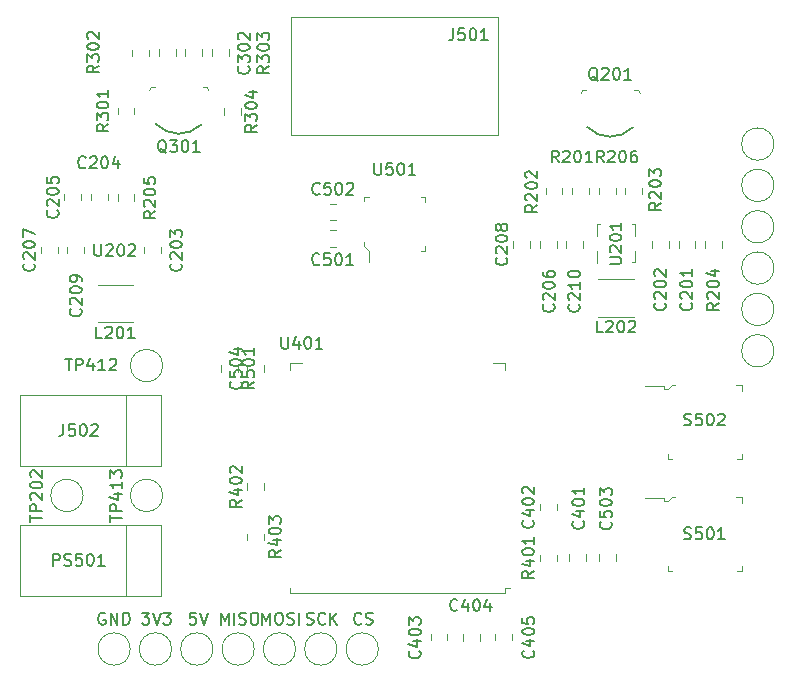
<source format=gto>
G04 #@! TF.GenerationSoftware,KiCad,Pcbnew,5.1.5-52549c5~84~ubuntu18.04.1*
G04 #@! TF.CreationDate,2019-12-19T12:34:09+01:00*
G04 #@! TF.ProjectId,E-Ink,452d496e-6b2e-46b6-9963-61645f706362,rev?*
G04 #@! TF.SameCoordinates,Original*
G04 #@! TF.FileFunction,Legend,Top*
G04 #@! TF.FilePolarity,Positive*
%FSLAX46Y46*%
G04 Gerber Fmt 4.6, Leading zero omitted, Abs format (unit mm)*
G04 Created by KiCad (PCBNEW 5.1.5-52549c5~84~ubuntu18.04.1) date 2019-12-19 12:34:09*
%MOMM*%
%LPD*%
G04 APERTURE LIST*
%ADD10C,0.150000*%
%ADD11C,0.120000*%
%ADD12C,0.100000*%
G04 APERTURE END LIST*
D10*
X129233333Y-95357142D02*
X129185714Y-95404761D01*
X129042857Y-95452380D01*
X128947619Y-95452380D01*
X128804761Y-95404761D01*
X128709523Y-95309523D01*
X128661904Y-95214285D01*
X128614285Y-95023809D01*
X128614285Y-94880952D01*
X128661904Y-94690476D01*
X128709523Y-94595238D01*
X128804761Y-94500000D01*
X128947619Y-94452380D01*
X129042857Y-94452380D01*
X129185714Y-94500000D01*
X129233333Y-94547619D01*
X129614285Y-95404761D02*
X129757142Y-95452380D01*
X129995238Y-95452380D01*
X130090476Y-95404761D01*
X130138095Y-95357142D01*
X130185714Y-95261904D01*
X130185714Y-95166666D01*
X130138095Y-95071428D01*
X130090476Y-95023809D01*
X129995238Y-94976190D01*
X129804761Y-94928571D01*
X129709523Y-94880952D01*
X129661904Y-94833333D01*
X129614285Y-94738095D01*
X129614285Y-94642857D01*
X129661904Y-94547619D01*
X129709523Y-94500000D01*
X129804761Y-94452380D01*
X130042857Y-94452380D01*
X130185714Y-94500000D01*
X124614285Y-95404761D02*
X124757142Y-95452380D01*
X124995238Y-95452380D01*
X125090476Y-95404761D01*
X125138095Y-95357142D01*
X125185714Y-95261904D01*
X125185714Y-95166666D01*
X125138095Y-95071428D01*
X125090476Y-95023809D01*
X124995238Y-94976190D01*
X124804761Y-94928571D01*
X124709523Y-94880952D01*
X124661904Y-94833333D01*
X124614285Y-94738095D01*
X124614285Y-94642857D01*
X124661904Y-94547619D01*
X124709523Y-94500000D01*
X124804761Y-94452380D01*
X125042857Y-94452380D01*
X125185714Y-94500000D01*
X126185714Y-95357142D02*
X126138095Y-95404761D01*
X125995238Y-95452380D01*
X125900000Y-95452380D01*
X125757142Y-95404761D01*
X125661904Y-95309523D01*
X125614285Y-95214285D01*
X125566666Y-95023809D01*
X125566666Y-94880952D01*
X125614285Y-94690476D01*
X125661904Y-94595238D01*
X125757142Y-94500000D01*
X125900000Y-94452380D01*
X125995238Y-94452380D01*
X126138095Y-94500000D01*
X126185714Y-94547619D01*
X126614285Y-95452380D02*
X126614285Y-94452380D01*
X127185714Y-95452380D02*
X126757142Y-94880952D01*
X127185714Y-94452380D02*
X126614285Y-95023809D01*
X120828571Y-95452380D02*
X120828571Y-94452380D01*
X121161904Y-95166666D01*
X121495238Y-94452380D01*
X121495238Y-95452380D01*
X122161904Y-94452380D02*
X122352380Y-94452380D01*
X122447619Y-94500000D01*
X122542857Y-94595238D01*
X122590476Y-94785714D01*
X122590476Y-95119047D01*
X122542857Y-95309523D01*
X122447619Y-95404761D01*
X122352380Y-95452380D01*
X122161904Y-95452380D01*
X122066666Y-95404761D01*
X121971428Y-95309523D01*
X121923809Y-95119047D01*
X121923809Y-94785714D01*
X121971428Y-94595238D01*
X122066666Y-94500000D01*
X122161904Y-94452380D01*
X122971428Y-95404761D02*
X123114285Y-95452380D01*
X123352380Y-95452380D01*
X123447619Y-95404761D01*
X123495238Y-95357142D01*
X123542857Y-95261904D01*
X123542857Y-95166666D01*
X123495238Y-95071428D01*
X123447619Y-95023809D01*
X123352380Y-94976190D01*
X123161904Y-94928571D01*
X123066666Y-94880952D01*
X123019047Y-94833333D01*
X122971428Y-94738095D01*
X122971428Y-94642857D01*
X123019047Y-94547619D01*
X123066666Y-94500000D01*
X123161904Y-94452380D01*
X123400000Y-94452380D01*
X123542857Y-94500000D01*
X123971428Y-95452380D02*
X123971428Y-94452380D01*
X117328571Y-95452380D02*
X117328571Y-94452380D01*
X117661904Y-95166666D01*
X117995238Y-94452380D01*
X117995238Y-95452380D01*
X118471428Y-95452380D02*
X118471428Y-94452380D01*
X118900000Y-95404761D02*
X119042857Y-95452380D01*
X119280952Y-95452380D01*
X119376190Y-95404761D01*
X119423809Y-95357142D01*
X119471428Y-95261904D01*
X119471428Y-95166666D01*
X119423809Y-95071428D01*
X119376190Y-95023809D01*
X119280952Y-94976190D01*
X119090476Y-94928571D01*
X118995238Y-94880952D01*
X118947619Y-94833333D01*
X118900000Y-94738095D01*
X118900000Y-94642857D01*
X118947619Y-94547619D01*
X118995238Y-94500000D01*
X119090476Y-94452380D01*
X119328571Y-94452380D01*
X119471428Y-94500000D01*
X120090476Y-94452380D02*
X120280952Y-94452380D01*
X120376190Y-94500000D01*
X120471428Y-94595238D01*
X120519047Y-94785714D01*
X120519047Y-95119047D01*
X120471428Y-95309523D01*
X120376190Y-95404761D01*
X120280952Y-95452380D01*
X120090476Y-95452380D01*
X119995238Y-95404761D01*
X119900000Y-95309523D01*
X119852380Y-95119047D01*
X119852380Y-94785714D01*
X119900000Y-94595238D01*
X119995238Y-94500000D01*
X120090476Y-94452380D01*
X115209523Y-94452380D02*
X114733333Y-94452380D01*
X114685714Y-94928571D01*
X114733333Y-94880952D01*
X114828571Y-94833333D01*
X115066666Y-94833333D01*
X115161904Y-94880952D01*
X115209523Y-94928571D01*
X115257142Y-95023809D01*
X115257142Y-95261904D01*
X115209523Y-95357142D01*
X115161904Y-95404761D01*
X115066666Y-95452380D01*
X114828571Y-95452380D01*
X114733333Y-95404761D01*
X114685714Y-95357142D01*
X115542857Y-94452380D02*
X115876190Y-95452380D01*
X116209523Y-94452380D01*
X110661904Y-94452380D02*
X111280952Y-94452380D01*
X110947619Y-94833333D01*
X111090476Y-94833333D01*
X111185714Y-94880952D01*
X111233333Y-94928571D01*
X111280952Y-95023809D01*
X111280952Y-95261904D01*
X111233333Y-95357142D01*
X111185714Y-95404761D01*
X111090476Y-95452380D01*
X110804761Y-95452380D01*
X110709523Y-95404761D01*
X110661904Y-95357142D01*
X111566666Y-94452380D02*
X111900000Y-95452380D01*
X112233333Y-94452380D01*
X112471428Y-94452380D02*
X113090476Y-94452380D01*
X112757142Y-94833333D01*
X112900000Y-94833333D01*
X112995238Y-94880952D01*
X113042857Y-94928571D01*
X113090476Y-95023809D01*
X113090476Y-95261904D01*
X113042857Y-95357142D01*
X112995238Y-95404761D01*
X112900000Y-95452380D01*
X112614285Y-95452380D01*
X112519047Y-95404761D01*
X112471428Y-95357142D01*
X107538095Y-94500000D02*
X107442857Y-94452380D01*
X107300000Y-94452380D01*
X107157142Y-94500000D01*
X107061904Y-94595238D01*
X107014285Y-94690476D01*
X106966666Y-94880952D01*
X106966666Y-95023809D01*
X107014285Y-95214285D01*
X107061904Y-95309523D01*
X107157142Y-95404761D01*
X107300000Y-95452380D01*
X107395238Y-95452380D01*
X107538095Y-95404761D01*
X107585714Y-95357142D01*
X107585714Y-95023809D01*
X107395238Y-95023809D01*
X108014285Y-95452380D02*
X108014285Y-94452380D01*
X108585714Y-95452380D01*
X108585714Y-94452380D01*
X109061904Y-95452380D02*
X109061904Y-94452380D01*
X109300000Y-94452380D01*
X109442857Y-94500000D01*
X109538095Y-94595238D01*
X109585714Y-94690476D01*
X109633333Y-94880952D01*
X109633333Y-95023809D01*
X109585714Y-95214285D01*
X109538095Y-95309523D01*
X109442857Y-95404761D01*
X109300000Y-95452380D01*
X109061904Y-95452380D01*
D11*
X157510000Y-63531252D02*
X157510000Y-63008748D01*
X156090000Y-63531252D02*
X156090000Y-63008748D01*
X155260000Y-63531252D02*
X155260000Y-63008748D01*
X153840000Y-63531252D02*
X153840000Y-63008748D01*
X112260000Y-64031252D02*
X112260000Y-63508748D01*
X110840000Y-64031252D02*
X110840000Y-63508748D01*
X107760000Y-59531252D02*
X107760000Y-59008748D01*
X106340000Y-59531252D02*
X106340000Y-59008748D01*
X105510000Y-59531252D02*
X105510000Y-59008748D01*
X104090000Y-59531252D02*
X104090000Y-59008748D01*
X145760000Y-63531252D02*
X145760000Y-63008748D01*
X144340000Y-63531252D02*
X144340000Y-63008748D01*
X103510000Y-64031252D02*
X103510000Y-63508748D01*
X102090000Y-64031252D02*
X102090000Y-63508748D01*
X143510000Y-63531252D02*
X143510000Y-63008748D01*
X142090000Y-63531252D02*
X142090000Y-63008748D01*
X105760000Y-64031252D02*
X105760000Y-63508748D01*
X104340000Y-64031252D02*
X104340000Y-63508748D01*
X148010000Y-63531252D02*
X148010000Y-63008748D01*
X146590000Y-63531252D02*
X146590000Y-63008748D01*
X112090000Y-46758748D02*
X112090000Y-47281252D01*
X113510000Y-46758748D02*
X113510000Y-47281252D01*
X118010000Y-47281252D02*
X118010000Y-46758748D01*
X116590000Y-47281252D02*
X116590000Y-46758748D01*
X146840000Y-89508748D02*
X146840000Y-90031252D01*
X148260000Y-89508748D02*
X148260000Y-90031252D01*
X145760000Y-85781252D02*
X145760000Y-85258748D01*
X144340000Y-85781252D02*
X144340000Y-85258748D01*
X135090000Y-96258748D02*
X135090000Y-96781252D01*
X136510000Y-96258748D02*
X136510000Y-96781252D01*
X137840000Y-96283748D02*
X137840000Y-96806252D01*
X139260000Y-96283748D02*
X139260000Y-96806252D01*
X140590000Y-96258748D02*
X140590000Y-96781252D01*
X142010000Y-96258748D02*
X142010000Y-96781252D01*
X126538748Y-63480000D02*
X127061252Y-63480000D01*
X126538748Y-62060000D02*
X127061252Y-62060000D01*
X127061252Y-59810000D02*
X126538748Y-59810000D01*
X127061252Y-61230000D02*
X126538748Y-61230000D01*
X149340000Y-89508748D02*
X149340000Y-90031252D01*
X150760000Y-89508748D02*
X150760000Y-90031252D01*
X121010000Y-74031252D02*
X121010000Y-73508748D01*
X119590000Y-74031252D02*
X119590000Y-73508748D01*
X139300000Y-54020000D02*
X124800000Y-54020000D01*
X140800000Y-44020000D02*
X140300000Y-44020000D01*
X140800000Y-54020000D02*
X140800000Y-44020000D01*
X139300000Y-54020000D02*
X140800000Y-54020000D01*
X123300000Y-54020000D02*
X123300000Y-44020000D01*
X124800000Y-54020000D02*
X123300000Y-54020000D01*
X140300000Y-44020000D02*
X123300000Y-44020000D01*
X109300000Y-76020000D02*
X109300000Y-82020000D01*
X112300000Y-76020000D02*
X109300000Y-76020000D01*
X100300000Y-76020000D02*
X112300000Y-76020000D01*
X100300000Y-82020000D02*
X100300000Y-76020000D01*
X112300000Y-82020000D02*
X100300000Y-82020000D01*
X112300000Y-76020000D02*
X112300000Y-82020000D01*
X109900000Y-69870000D02*
X106900000Y-69870000D01*
X109900000Y-66670000D02*
X106900000Y-66670000D01*
X152300000Y-69370000D02*
X149300000Y-69370000D01*
X152300000Y-66170000D02*
X149300000Y-66170000D01*
X109300000Y-87020000D02*
X109300000Y-93020000D01*
X112300000Y-87020000D02*
X109300000Y-87020000D01*
X100300000Y-87020000D02*
X112300000Y-87020000D01*
X100300000Y-93020000D02*
X100300000Y-87020000D01*
X112300000Y-93020000D02*
X100300000Y-93020000D01*
X112300000Y-87020000D02*
X112300000Y-93020000D01*
X148510000Y-59031252D02*
X148510000Y-58508748D01*
X147090000Y-59031252D02*
X147090000Y-58508748D01*
X144840000Y-58508748D02*
X144840000Y-59031252D01*
X146260000Y-58508748D02*
X146260000Y-59031252D01*
X153010000Y-59031252D02*
X153010000Y-58508748D01*
X151590000Y-59031252D02*
X151590000Y-58508748D01*
X159760000Y-63531252D02*
X159760000Y-63008748D01*
X158340000Y-63531252D02*
X158340000Y-63008748D01*
X110010000Y-59556252D02*
X110010000Y-59033748D01*
X108590000Y-59556252D02*
X108590000Y-59033748D01*
X150760000Y-59031252D02*
X150760000Y-58508748D01*
X149340000Y-59031252D02*
X149340000Y-58508748D01*
X108590000Y-51733748D02*
X108590000Y-52256252D01*
X110010000Y-51733748D02*
X110010000Y-52256252D01*
X109840000Y-46783748D02*
X109840000Y-47306252D01*
X111260000Y-46783748D02*
X111260000Y-47306252D01*
X114340000Y-46758748D02*
X114340000Y-47281252D01*
X115760000Y-46758748D02*
X115760000Y-47281252D01*
X117590000Y-51758748D02*
X117590000Y-52281252D01*
X119010000Y-51758748D02*
X119010000Y-52281252D01*
X145760000Y-90056252D02*
X145760000Y-89533748D01*
X144340000Y-90056252D02*
X144340000Y-89533748D01*
X121010000Y-84031252D02*
X121010000Y-83508748D01*
X119590000Y-84031252D02*
X119590000Y-83508748D01*
X119590000Y-87758748D02*
X119590000Y-88281252D01*
X121010000Y-87758748D02*
X121010000Y-88281252D01*
X117340000Y-73508748D02*
X117340000Y-74031252D01*
X118760000Y-73508748D02*
X118760000Y-74031252D01*
X149190000Y-64810000D02*
X149190000Y-63805000D01*
X149190000Y-61560000D02*
X149420000Y-61560000D01*
X149190000Y-62535000D02*
X149190000Y-61560000D01*
X152410000Y-62535000D02*
X152410000Y-61560000D01*
X152180000Y-61560000D02*
X152410000Y-61560000D01*
X152410000Y-64780000D02*
X152410000Y-63805000D01*
X152180000Y-64780000D02*
X152410000Y-64780000D01*
X141420000Y-92320000D02*
X141800000Y-92320000D01*
X141420000Y-92740000D02*
X141420000Y-92320000D01*
X123180000Y-92740000D02*
X123180000Y-92320000D01*
X141420000Y-92740000D02*
X123180000Y-92740000D01*
X123180000Y-73300000D02*
X124180000Y-73300000D01*
X123180000Y-73920000D02*
X123180000Y-73300000D01*
X141420000Y-73300000D02*
X140420000Y-73300000D01*
X141420000Y-73920000D02*
X141420000Y-73300000D01*
D12*
X152650000Y-50170000D02*
X152800000Y-50470000D01*
X152350000Y-50170000D02*
X152650000Y-50170000D01*
X147950000Y-50170000D02*
X148250000Y-50170000D01*
X147950000Y-50170000D02*
X147800000Y-50470000D01*
D10*
X148350000Y-53320000D02*
G75*
G03X152200000Y-53370000I1950000J1900000D01*
G01*
D12*
X116130000Y-49920000D02*
X116280000Y-50220000D01*
X115830000Y-49920000D02*
X116130000Y-49920000D01*
X111430000Y-49920000D02*
X111730000Y-49920000D01*
X111430000Y-49920000D02*
X111280000Y-50220000D01*
D10*
X111830000Y-53070000D02*
G75*
G03X115680000Y-53120000I1950000J1900000D01*
G01*
D12*
X161425000Y-90895000D02*
X161050000Y-90895000D01*
X161425000Y-90520000D02*
X161425000Y-90895000D01*
X155175000Y-90895000D02*
X155175000Y-90495000D01*
X155575000Y-90895000D02*
X155175000Y-90895000D01*
X161425000Y-84645000D02*
X160925000Y-84645000D01*
X161425000Y-85195000D02*
X161425000Y-84645000D01*
X154875000Y-84745000D02*
X153225000Y-84745000D01*
X154875000Y-84970000D02*
X154875000Y-84745000D01*
X155175000Y-84970000D02*
X154875000Y-84970000D01*
X155525000Y-84645000D02*
X155175000Y-84970000D01*
X155525000Y-84645000D02*
X155825000Y-84645000D01*
X161425000Y-81395000D02*
X161050000Y-81395000D01*
X161425000Y-81020000D02*
X161425000Y-81395000D01*
X155175000Y-81395000D02*
X155175000Y-80995000D01*
X155575000Y-81395000D02*
X155175000Y-81395000D01*
X161425000Y-75145000D02*
X160925000Y-75145000D01*
X161425000Y-75695000D02*
X161425000Y-75145000D01*
X154875000Y-75245000D02*
X153225000Y-75245000D01*
X154875000Y-75470000D02*
X154875000Y-75245000D01*
X155175000Y-75470000D02*
X154875000Y-75470000D01*
X155525000Y-75145000D02*
X155175000Y-75470000D01*
X155525000Y-75145000D02*
X155825000Y-75145000D01*
X116670000Y-97520000D02*
G75*
G03X116670000Y-97520000I-1370000J0D01*
G01*
X105670000Y-84520000D02*
G75*
G03X105670000Y-84520000I-1370000J0D01*
G01*
X113170000Y-97520000D02*
G75*
G03X113170000Y-97520000I-1370000J0D01*
G01*
X109670000Y-97520000D02*
G75*
G03X109670000Y-97520000I-1370000J0D01*
G01*
X164170000Y-61770000D02*
G75*
G03X164170000Y-61770000I-1370000J0D01*
G01*
X164170000Y-58270000D02*
G75*
G03X164170000Y-58270000I-1370000J0D01*
G01*
X164170000Y-54770000D02*
G75*
G03X164170000Y-54770000I-1370000J0D01*
G01*
X164170000Y-68770000D02*
G75*
G03X164170000Y-68770000I-1370000J0D01*
G01*
X164170000Y-65270000D02*
G75*
G03X164170000Y-65270000I-1370000J0D01*
G01*
X120170000Y-97520000D02*
G75*
G03X120170000Y-97520000I-1370000J0D01*
G01*
X123670000Y-97520000D02*
G75*
G03X123670000Y-97520000I-1370000J0D01*
G01*
X127170000Y-97520000D02*
G75*
G03X127170000Y-97520000I-1370000J0D01*
G01*
X130670000Y-97520000D02*
G75*
G03X130670000Y-97520000I-1370000J0D01*
G01*
X112420000Y-73520000D02*
G75*
G03X112420000Y-73520000I-1370000J0D01*
G01*
X112420000Y-84520000D02*
G75*
G03X112420000Y-84520000I-1370000J0D01*
G01*
X164170000Y-72270000D02*
G75*
G03X164170000Y-72270000I-1370000J0D01*
G01*
X129875000Y-63845000D02*
X129875000Y-64795000D01*
X129450000Y-63420000D02*
X129875000Y-63845000D01*
X129450000Y-63045000D02*
X129450000Y-63420000D01*
X134650000Y-63820000D02*
X134650000Y-63370000D01*
X134650000Y-63820000D02*
X134275000Y-63820000D01*
X134650000Y-59220000D02*
X134250000Y-59220000D01*
X134650000Y-59220000D02*
X134650000Y-59670000D01*
X129450000Y-59220000D02*
X129875000Y-59220000D01*
X129450000Y-59220000D02*
X129450000Y-59595000D01*
D10*
X106635714Y-63252380D02*
X106635714Y-64061904D01*
X106683333Y-64157142D01*
X106730952Y-64204761D01*
X106826190Y-64252380D01*
X107016666Y-64252380D01*
X107111904Y-64204761D01*
X107159523Y-64157142D01*
X107207142Y-64061904D01*
X107207142Y-63252380D01*
X107635714Y-63347619D02*
X107683333Y-63300000D01*
X107778571Y-63252380D01*
X108016666Y-63252380D01*
X108111904Y-63300000D01*
X108159523Y-63347619D01*
X108207142Y-63442857D01*
X108207142Y-63538095D01*
X108159523Y-63680952D01*
X107588095Y-64252380D01*
X108207142Y-64252380D01*
X108826190Y-63252380D02*
X108921428Y-63252380D01*
X109016666Y-63300000D01*
X109064285Y-63347619D01*
X109111904Y-63442857D01*
X109159523Y-63633333D01*
X109159523Y-63871428D01*
X109111904Y-64061904D01*
X109064285Y-64157142D01*
X109016666Y-64204761D01*
X108921428Y-64252380D01*
X108826190Y-64252380D01*
X108730952Y-64204761D01*
X108683333Y-64157142D01*
X108635714Y-64061904D01*
X108588095Y-63871428D01*
X108588095Y-63633333D01*
X108635714Y-63442857D01*
X108683333Y-63347619D01*
X108730952Y-63300000D01*
X108826190Y-63252380D01*
X109540476Y-63347619D02*
X109588095Y-63300000D01*
X109683333Y-63252380D01*
X109921428Y-63252380D01*
X110016666Y-63300000D01*
X110064285Y-63347619D01*
X110111904Y-63442857D01*
X110111904Y-63538095D01*
X110064285Y-63680952D01*
X109492857Y-64252380D01*
X110111904Y-64252380D01*
X157157142Y-68239047D02*
X157204761Y-68286666D01*
X157252380Y-68429523D01*
X157252380Y-68524761D01*
X157204761Y-68667619D01*
X157109523Y-68762857D01*
X157014285Y-68810476D01*
X156823809Y-68858095D01*
X156680952Y-68858095D01*
X156490476Y-68810476D01*
X156395238Y-68762857D01*
X156300000Y-68667619D01*
X156252380Y-68524761D01*
X156252380Y-68429523D01*
X156300000Y-68286666D01*
X156347619Y-68239047D01*
X156347619Y-67858095D02*
X156300000Y-67810476D01*
X156252380Y-67715238D01*
X156252380Y-67477142D01*
X156300000Y-67381904D01*
X156347619Y-67334285D01*
X156442857Y-67286666D01*
X156538095Y-67286666D01*
X156680952Y-67334285D01*
X157252380Y-67905714D01*
X157252380Y-67286666D01*
X156252380Y-66667619D02*
X156252380Y-66572380D01*
X156300000Y-66477142D01*
X156347619Y-66429523D01*
X156442857Y-66381904D01*
X156633333Y-66334285D01*
X156871428Y-66334285D01*
X157061904Y-66381904D01*
X157157142Y-66429523D01*
X157204761Y-66477142D01*
X157252380Y-66572380D01*
X157252380Y-66667619D01*
X157204761Y-66762857D01*
X157157142Y-66810476D01*
X157061904Y-66858095D01*
X156871428Y-66905714D01*
X156633333Y-66905714D01*
X156442857Y-66858095D01*
X156347619Y-66810476D01*
X156300000Y-66762857D01*
X156252380Y-66667619D01*
X157252380Y-65381904D02*
X157252380Y-65953333D01*
X157252380Y-65667619D02*
X156252380Y-65667619D01*
X156395238Y-65762857D01*
X156490476Y-65858095D01*
X156538095Y-65953333D01*
X154937142Y-68239047D02*
X154984761Y-68286666D01*
X155032380Y-68429523D01*
X155032380Y-68524761D01*
X154984761Y-68667619D01*
X154889523Y-68762857D01*
X154794285Y-68810476D01*
X154603809Y-68858095D01*
X154460952Y-68858095D01*
X154270476Y-68810476D01*
X154175238Y-68762857D01*
X154080000Y-68667619D01*
X154032380Y-68524761D01*
X154032380Y-68429523D01*
X154080000Y-68286666D01*
X154127619Y-68239047D01*
X154127619Y-67858095D02*
X154080000Y-67810476D01*
X154032380Y-67715238D01*
X154032380Y-67477142D01*
X154080000Y-67381904D01*
X154127619Y-67334285D01*
X154222857Y-67286666D01*
X154318095Y-67286666D01*
X154460952Y-67334285D01*
X155032380Y-67905714D01*
X155032380Y-67286666D01*
X154032380Y-66667619D02*
X154032380Y-66572380D01*
X154080000Y-66477142D01*
X154127619Y-66429523D01*
X154222857Y-66381904D01*
X154413333Y-66334285D01*
X154651428Y-66334285D01*
X154841904Y-66381904D01*
X154937142Y-66429523D01*
X154984761Y-66477142D01*
X155032380Y-66572380D01*
X155032380Y-66667619D01*
X154984761Y-66762857D01*
X154937142Y-66810476D01*
X154841904Y-66858095D01*
X154651428Y-66905714D01*
X154413333Y-66905714D01*
X154222857Y-66858095D01*
X154127619Y-66810476D01*
X154080000Y-66762857D01*
X154032380Y-66667619D01*
X154127619Y-65953333D02*
X154080000Y-65905714D01*
X154032380Y-65810476D01*
X154032380Y-65572380D01*
X154080000Y-65477142D01*
X154127619Y-65429523D01*
X154222857Y-65381904D01*
X154318095Y-65381904D01*
X154460952Y-65429523D01*
X155032380Y-66000952D01*
X155032380Y-65381904D01*
X113957142Y-64889047D02*
X114004761Y-64936666D01*
X114052380Y-65079523D01*
X114052380Y-65174761D01*
X114004761Y-65317619D01*
X113909523Y-65412857D01*
X113814285Y-65460476D01*
X113623809Y-65508095D01*
X113480952Y-65508095D01*
X113290476Y-65460476D01*
X113195238Y-65412857D01*
X113100000Y-65317619D01*
X113052380Y-65174761D01*
X113052380Y-65079523D01*
X113100000Y-64936666D01*
X113147619Y-64889047D01*
X113147619Y-64508095D02*
X113100000Y-64460476D01*
X113052380Y-64365238D01*
X113052380Y-64127142D01*
X113100000Y-64031904D01*
X113147619Y-63984285D01*
X113242857Y-63936666D01*
X113338095Y-63936666D01*
X113480952Y-63984285D01*
X114052380Y-64555714D01*
X114052380Y-63936666D01*
X113052380Y-63317619D02*
X113052380Y-63222380D01*
X113100000Y-63127142D01*
X113147619Y-63079523D01*
X113242857Y-63031904D01*
X113433333Y-62984285D01*
X113671428Y-62984285D01*
X113861904Y-63031904D01*
X113957142Y-63079523D01*
X114004761Y-63127142D01*
X114052380Y-63222380D01*
X114052380Y-63317619D01*
X114004761Y-63412857D01*
X113957142Y-63460476D01*
X113861904Y-63508095D01*
X113671428Y-63555714D01*
X113433333Y-63555714D01*
X113242857Y-63508095D01*
X113147619Y-63460476D01*
X113100000Y-63412857D01*
X113052380Y-63317619D01*
X113052380Y-62650952D02*
X113052380Y-62031904D01*
X113433333Y-62365238D01*
X113433333Y-62222380D01*
X113480952Y-62127142D01*
X113528571Y-62079523D01*
X113623809Y-62031904D01*
X113861904Y-62031904D01*
X113957142Y-62079523D01*
X114004761Y-62127142D01*
X114052380Y-62222380D01*
X114052380Y-62508095D01*
X114004761Y-62603333D01*
X113957142Y-62650952D01*
X105880952Y-56727142D02*
X105833333Y-56774761D01*
X105690476Y-56822380D01*
X105595238Y-56822380D01*
X105452380Y-56774761D01*
X105357142Y-56679523D01*
X105309523Y-56584285D01*
X105261904Y-56393809D01*
X105261904Y-56250952D01*
X105309523Y-56060476D01*
X105357142Y-55965238D01*
X105452380Y-55870000D01*
X105595238Y-55822380D01*
X105690476Y-55822380D01*
X105833333Y-55870000D01*
X105880952Y-55917619D01*
X106261904Y-55917619D02*
X106309523Y-55870000D01*
X106404761Y-55822380D01*
X106642857Y-55822380D01*
X106738095Y-55870000D01*
X106785714Y-55917619D01*
X106833333Y-56012857D01*
X106833333Y-56108095D01*
X106785714Y-56250952D01*
X106214285Y-56822380D01*
X106833333Y-56822380D01*
X107452380Y-55822380D02*
X107547619Y-55822380D01*
X107642857Y-55870000D01*
X107690476Y-55917619D01*
X107738095Y-56012857D01*
X107785714Y-56203333D01*
X107785714Y-56441428D01*
X107738095Y-56631904D01*
X107690476Y-56727142D01*
X107642857Y-56774761D01*
X107547619Y-56822380D01*
X107452380Y-56822380D01*
X107357142Y-56774761D01*
X107309523Y-56727142D01*
X107261904Y-56631904D01*
X107214285Y-56441428D01*
X107214285Y-56203333D01*
X107261904Y-56012857D01*
X107309523Y-55917619D01*
X107357142Y-55870000D01*
X107452380Y-55822380D01*
X108642857Y-56155714D02*
X108642857Y-56822380D01*
X108404761Y-55774761D02*
X108166666Y-56489047D01*
X108785714Y-56489047D01*
X103507142Y-60389047D02*
X103554761Y-60436666D01*
X103602380Y-60579523D01*
X103602380Y-60674761D01*
X103554761Y-60817619D01*
X103459523Y-60912857D01*
X103364285Y-60960476D01*
X103173809Y-61008095D01*
X103030952Y-61008095D01*
X102840476Y-60960476D01*
X102745238Y-60912857D01*
X102650000Y-60817619D01*
X102602380Y-60674761D01*
X102602380Y-60579523D01*
X102650000Y-60436666D01*
X102697619Y-60389047D01*
X102697619Y-60008095D02*
X102650000Y-59960476D01*
X102602380Y-59865238D01*
X102602380Y-59627142D01*
X102650000Y-59531904D01*
X102697619Y-59484285D01*
X102792857Y-59436666D01*
X102888095Y-59436666D01*
X103030952Y-59484285D01*
X103602380Y-60055714D01*
X103602380Y-59436666D01*
X102602380Y-58817619D02*
X102602380Y-58722380D01*
X102650000Y-58627142D01*
X102697619Y-58579523D01*
X102792857Y-58531904D01*
X102983333Y-58484285D01*
X103221428Y-58484285D01*
X103411904Y-58531904D01*
X103507142Y-58579523D01*
X103554761Y-58627142D01*
X103602380Y-58722380D01*
X103602380Y-58817619D01*
X103554761Y-58912857D01*
X103507142Y-58960476D01*
X103411904Y-59008095D01*
X103221428Y-59055714D01*
X102983333Y-59055714D01*
X102792857Y-59008095D01*
X102697619Y-58960476D01*
X102650000Y-58912857D01*
X102602380Y-58817619D01*
X102602380Y-57579523D02*
X102602380Y-58055714D01*
X103078571Y-58103333D01*
X103030952Y-58055714D01*
X102983333Y-57960476D01*
X102983333Y-57722380D01*
X103030952Y-57627142D01*
X103078571Y-57579523D01*
X103173809Y-57531904D01*
X103411904Y-57531904D01*
X103507142Y-57579523D01*
X103554761Y-57627142D01*
X103602380Y-57722380D01*
X103602380Y-57960476D01*
X103554761Y-58055714D01*
X103507142Y-58103333D01*
X145497142Y-68339047D02*
X145544761Y-68386666D01*
X145592380Y-68529523D01*
X145592380Y-68624761D01*
X145544761Y-68767619D01*
X145449523Y-68862857D01*
X145354285Y-68910476D01*
X145163809Y-68958095D01*
X145020952Y-68958095D01*
X144830476Y-68910476D01*
X144735238Y-68862857D01*
X144640000Y-68767619D01*
X144592380Y-68624761D01*
X144592380Y-68529523D01*
X144640000Y-68386666D01*
X144687619Y-68339047D01*
X144687619Y-67958095D02*
X144640000Y-67910476D01*
X144592380Y-67815238D01*
X144592380Y-67577142D01*
X144640000Y-67481904D01*
X144687619Y-67434285D01*
X144782857Y-67386666D01*
X144878095Y-67386666D01*
X145020952Y-67434285D01*
X145592380Y-68005714D01*
X145592380Y-67386666D01*
X144592380Y-66767619D02*
X144592380Y-66672380D01*
X144640000Y-66577142D01*
X144687619Y-66529523D01*
X144782857Y-66481904D01*
X144973333Y-66434285D01*
X145211428Y-66434285D01*
X145401904Y-66481904D01*
X145497142Y-66529523D01*
X145544761Y-66577142D01*
X145592380Y-66672380D01*
X145592380Y-66767619D01*
X145544761Y-66862857D01*
X145497142Y-66910476D01*
X145401904Y-66958095D01*
X145211428Y-67005714D01*
X144973333Y-67005714D01*
X144782857Y-66958095D01*
X144687619Y-66910476D01*
X144640000Y-66862857D01*
X144592380Y-66767619D01*
X144592380Y-65577142D02*
X144592380Y-65767619D01*
X144640000Y-65862857D01*
X144687619Y-65910476D01*
X144830476Y-66005714D01*
X145020952Y-66053333D01*
X145401904Y-66053333D01*
X145497142Y-66005714D01*
X145544761Y-65958095D01*
X145592380Y-65862857D01*
X145592380Y-65672380D01*
X145544761Y-65577142D01*
X145497142Y-65529523D01*
X145401904Y-65481904D01*
X145163809Y-65481904D01*
X145068571Y-65529523D01*
X145020952Y-65577142D01*
X144973333Y-65672380D01*
X144973333Y-65862857D01*
X145020952Y-65958095D01*
X145068571Y-66005714D01*
X145163809Y-66053333D01*
X101507142Y-64889047D02*
X101554761Y-64936666D01*
X101602380Y-65079523D01*
X101602380Y-65174761D01*
X101554761Y-65317619D01*
X101459523Y-65412857D01*
X101364285Y-65460476D01*
X101173809Y-65508095D01*
X101030952Y-65508095D01*
X100840476Y-65460476D01*
X100745238Y-65412857D01*
X100650000Y-65317619D01*
X100602380Y-65174761D01*
X100602380Y-65079523D01*
X100650000Y-64936666D01*
X100697619Y-64889047D01*
X100697619Y-64508095D02*
X100650000Y-64460476D01*
X100602380Y-64365238D01*
X100602380Y-64127142D01*
X100650000Y-64031904D01*
X100697619Y-63984285D01*
X100792857Y-63936666D01*
X100888095Y-63936666D01*
X101030952Y-63984285D01*
X101602380Y-64555714D01*
X101602380Y-63936666D01*
X100602380Y-63317619D02*
X100602380Y-63222380D01*
X100650000Y-63127142D01*
X100697619Y-63079523D01*
X100792857Y-63031904D01*
X100983333Y-62984285D01*
X101221428Y-62984285D01*
X101411904Y-63031904D01*
X101507142Y-63079523D01*
X101554761Y-63127142D01*
X101602380Y-63222380D01*
X101602380Y-63317619D01*
X101554761Y-63412857D01*
X101507142Y-63460476D01*
X101411904Y-63508095D01*
X101221428Y-63555714D01*
X100983333Y-63555714D01*
X100792857Y-63508095D01*
X100697619Y-63460476D01*
X100650000Y-63412857D01*
X100602380Y-63317619D01*
X100602380Y-62650952D02*
X100602380Y-61984285D01*
X101602380Y-62412857D01*
X141507142Y-64389047D02*
X141554761Y-64436666D01*
X141602380Y-64579523D01*
X141602380Y-64674761D01*
X141554761Y-64817619D01*
X141459523Y-64912857D01*
X141364285Y-64960476D01*
X141173809Y-65008095D01*
X141030952Y-65008095D01*
X140840476Y-64960476D01*
X140745238Y-64912857D01*
X140650000Y-64817619D01*
X140602380Y-64674761D01*
X140602380Y-64579523D01*
X140650000Y-64436666D01*
X140697619Y-64389047D01*
X140697619Y-64008095D02*
X140650000Y-63960476D01*
X140602380Y-63865238D01*
X140602380Y-63627142D01*
X140650000Y-63531904D01*
X140697619Y-63484285D01*
X140792857Y-63436666D01*
X140888095Y-63436666D01*
X141030952Y-63484285D01*
X141602380Y-64055714D01*
X141602380Y-63436666D01*
X140602380Y-62817619D02*
X140602380Y-62722380D01*
X140650000Y-62627142D01*
X140697619Y-62579523D01*
X140792857Y-62531904D01*
X140983333Y-62484285D01*
X141221428Y-62484285D01*
X141411904Y-62531904D01*
X141507142Y-62579523D01*
X141554761Y-62627142D01*
X141602380Y-62722380D01*
X141602380Y-62817619D01*
X141554761Y-62912857D01*
X141507142Y-62960476D01*
X141411904Y-63008095D01*
X141221428Y-63055714D01*
X140983333Y-63055714D01*
X140792857Y-63008095D01*
X140697619Y-62960476D01*
X140650000Y-62912857D01*
X140602380Y-62817619D01*
X141030952Y-61912857D02*
X140983333Y-62008095D01*
X140935714Y-62055714D01*
X140840476Y-62103333D01*
X140792857Y-62103333D01*
X140697619Y-62055714D01*
X140650000Y-62008095D01*
X140602380Y-61912857D01*
X140602380Y-61722380D01*
X140650000Y-61627142D01*
X140697619Y-61579523D01*
X140792857Y-61531904D01*
X140840476Y-61531904D01*
X140935714Y-61579523D01*
X140983333Y-61627142D01*
X141030952Y-61722380D01*
X141030952Y-61912857D01*
X141078571Y-62008095D01*
X141126190Y-62055714D01*
X141221428Y-62103333D01*
X141411904Y-62103333D01*
X141507142Y-62055714D01*
X141554761Y-62008095D01*
X141602380Y-61912857D01*
X141602380Y-61722380D01*
X141554761Y-61627142D01*
X141507142Y-61579523D01*
X141411904Y-61531904D01*
X141221428Y-61531904D01*
X141126190Y-61579523D01*
X141078571Y-61627142D01*
X141030952Y-61722380D01*
X105447142Y-68729047D02*
X105494761Y-68776666D01*
X105542380Y-68919523D01*
X105542380Y-69014761D01*
X105494761Y-69157619D01*
X105399523Y-69252857D01*
X105304285Y-69300476D01*
X105113809Y-69348095D01*
X104970952Y-69348095D01*
X104780476Y-69300476D01*
X104685238Y-69252857D01*
X104590000Y-69157619D01*
X104542380Y-69014761D01*
X104542380Y-68919523D01*
X104590000Y-68776666D01*
X104637619Y-68729047D01*
X104637619Y-68348095D02*
X104590000Y-68300476D01*
X104542380Y-68205238D01*
X104542380Y-67967142D01*
X104590000Y-67871904D01*
X104637619Y-67824285D01*
X104732857Y-67776666D01*
X104828095Y-67776666D01*
X104970952Y-67824285D01*
X105542380Y-68395714D01*
X105542380Y-67776666D01*
X104542380Y-67157619D02*
X104542380Y-67062380D01*
X104590000Y-66967142D01*
X104637619Y-66919523D01*
X104732857Y-66871904D01*
X104923333Y-66824285D01*
X105161428Y-66824285D01*
X105351904Y-66871904D01*
X105447142Y-66919523D01*
X105494761Y-66967142D01*
X105542380Y-67062380D01*
X105542380Y-67157619D01*
X105494761Y-67252857D01*
X105447142Y-67300476D01*
X105351904Y-67348095D01*
X105161428Y-67395714D01*
X104923333Y-67395714D01*
X104732857Y-67348095D01*
X104637619Y-67300476D01*
X104590000Y-67252857D01*
X104542380Y-67157619D01*
X105542380Y-66348095D02*
X105542380Y-66157619D01*
X105494761Y-66062380D01*
X105447142Y-66014761D01*
X105304285Y-65919523D01*
X105113809Y-65871904D01*
X104732857Y-65871904D01*
X104637619Y-65919523D01*
X104590000Y-65967142D01*
X104542380Y-66062380D01*
X104542380Y-66252857D01*
X104590000Y-66348095D01*
X104637619Y-66395714D01*
X104732857Y-66443333D01*
X104970952Y-66443333D01*
X105066190Y-66395714D01*
X105113809Y-66348095D01*
X105161428Y-66252857D01*
X105161428Y-66062380D01*
X105113809Y-65967142D01*
X105066190Y-65919523D01*
X104970952Y-65871904D01*
X147647142Y-68339047D02*
X147694761Y-68386666D01*
X147742380Y-68529523D01*
X147742380Y-68624761D01*
X147694761Y-68767619D01*
X147599523Y-68862857D01*
X147504285Y-68910476D01*
X147313809Y-68958095D01*
X147170952Y-68958095D01*
X146980476Y-68910476D01*
X146885238Y-68862857D01*
X146790000Y-68767619D01*
X146742380Y-68624761D01*
X146742380Y-68529523D01*
X146790000Y-68386666D01*
X146837619Y-68339047D01*
X146837619Y-67958095D02*
X146790000Y-67910476D01*
X146742380Y-67815238D01*
X146742380Y-67577142D01*
X146790000Y-67481904D01*
X146837619Y-67434285D01*
X146932857Y-67386666D01*
X147028095Y-67386666D01*
X147170952Y-67434285D01*
X147742380Y-68005714D01*
X147742380Y-67386666D01*
X147742380Y-66434285D02*
X147742380Y-67005714D01*
X147742380Y-66720000D02*
X146742380Y-66720000D01*
X146885238Y-66815238D01*
X146980476Y-66910476D01*
X147028095Y-67005714D01*
X146742380Y-65815238D02*
X146742380Y-65720000D01*
X146790000Y-65624761D01*
X146837619Y-65577142D01*
X146932857Y-65529523D01*
X147123333Y-65481904D01*
X147361428Y-65481904D01*
X147551904Y-65529523D01*
X147647142Y-65577142D01*
X147694761Y-65624761D01*
X147742380Y-65720000D01*
X147742380Y-65815238D01*
X147694761Y-65910476D01*
X147647142Y-65958095D01*
X147551904Y-66005714D01*
X147361428Y-66053333D01*
X147123333Y-66053333D01*
X146932857Y-66005714D01*
X146837619Y-65958095D01*
X146790000Y-65910476D01*
X146742380Y-65815238D01*
X119677142Y-48189047D02*
X119724761Y-48236666D01*
X119772380Y-48379523D01*
X119772380Y-48474761D01*
X119724761Y-48617619D01*
X119629523Y-48712857D01*
X119534285Y-48760476D01*
X119343809Y-48808095D01*
X119200952Y-48808095D01*
X119010476Y-48760476D01*
X118915238Y-48712857D01*
X118820000Y-48617619D01*
X118772380Y-48474761D01*
X118772380Y-48379523D01*
X118820000Y-48236666D01*
X118867619Y-48189047D01*
X118772380Y-47855714D02*
X118772380Y-47236666D01*
X119153333Y-47570000D01*
X119153333Y-47427142D01*
X119200952Y-47331904D01*
X119248571Y-47284285D01*
X119343809Y-47236666D01*
X119581904Y-47236666D01*
X119677142Y-47284285D01*
X119724761Y-47331904D01*
X119772380Y-47427142D01*
X119772380Y-47712857D01*
X119724761Y-47808095D01*
X119677142Y-47855714D01*
X118772380Y-46617619D02*
X118772380Y-46522380D01*
X118820000Y-46427142D01*
X118867619Y-46379523D01*
X118962857Y-46331904D01*
X119153333Y-46284285D01*
X119391428Y-46284285D01*
X119581904Y-46331904D01*
X119677142Y-46379523D01*
X119724761Y-46427142D01*
X119772380Y-46522380D01*
X119772380Y-46617619D01*
X119724761Y-46712857D01*
X119677142Y-46760476D01*
X119581904Y-46808095D01*
X119391428Y-46855714D01*
X119153333Y-46855714D01*
X118962857Y-46808095D01*
X118867619Y-46760476D01*
X118820000Y-46712857D01*
X118772380Y-46617619D01*
X118867619Y-45903333D02*
X118820000Y-45855714D01*
X118772380Y-45760476D01*
X118772380Y-45522380D01*
X118820000Y-45427142D01*
X118867619Y-45379523D01*
X118962857Y-45331904D01*
X119058095Y-45331904D01*
X119200952Y-45379523D01*
X119772380Y-45950952D01*
X119772380Y-45331904D01*
X147997142Y-86719047D02*
X148044761Y-86766666D01*
X148092380Y-86909523D01*
X148092380Y-87004761D01*
X148044761Y-87147619D01*
X147949523Y-87242857D01*
X147854285Y-87290476D01*
X147663809Y-87338095D01*
X147520952Y-87338095D01*
X147330476Y-87290476D01*
X147235238Y-87242857D01*
X147140000Y-87147619D01*
X147092380Y-87004761D01*
X147092380Y-86909523D01*
X147140000Y-86766666D01*
X147187619Y-86719047D01*
X147425714Y-85861904D02*
X148092380Y-85861904D01*
X147044761Y-86100000D02*
X147759047Y-86338095D01*
X147759047Y-85719047D01*
X147092380Y-85147619D02*
X147092380Y-85052380D01*
X147140000Y-84957142D01*
X147187619Y-84909523D01*
X147282857Y-84861904D01*
X147473333Y-84814285D01*
X147711428Y-84814285D01*
X147901904Y-84861904D01*
X147997142Y-84909523D01*
X148044761Y-84957142D01*
X148092380Y-85052380D01*
X148092380Y-85147619D01*
X148044761Y-85242857D01*
X147997142Y-85290476D01*
X147901904Y-85338095D01*
X147711428Y-85385714D01*
X147473333Y-85385714D01*
X147282857Y-85338095D01*
X147187619Y-85290476D01*
X147140000Y-85242857D01*
X147092380Y-85147619D01*
X148092380Y-83861904D02*
X148092380Y-84433333D01*
X148092380Y-84147619D02*
X147092380Y-84147619D01*
X147235238Y-84242857D01*
X147330476Y-84338095D01*
X147378095Y-84433333D01*
X143757142Y-86639047D02*
X143804761Y-86686666D01*
X143852380Y-86829523D01*
X143852380Y-86924761D01*
X143804761Y-87067619D01*
X143709523Y-87162857D01*
X143614285Y-87210476D01*
X143423809Y-87258095D01*
X143280952Y-87258095D01*
X143090476Y-87210476D01*
X142995238Y-87162857D01*
X142900000Y-87067619D01*
X142852380Y-86924761D01*
X142852380Y-86829523D01*
X142900000Y-86686666D01*
X142947619Y-86639047D01*
X143185714Y-85781904D02*
X143852380Y-85781904D01*
X142804761Y-86020000D02*
X143519047Y-86258095D01*
X143519047Y-85639047D01*
X142852380Y-85067619D02*
X142852380Y-84972380D01*
X142900000Y-84877142D01*
X142947619Y-84829523D01*
X143042857Y-84781904D01*
X143233333Y-84734285D01*
X143471428Y-84734285D01*
X143661904Y-84781904D01*
X143757142Y-84829523D01*
X143804761Y-84877142D01*
X143852380Y-84972380D01*
X143852380Y-85067619D01*
X143804761Y-85162857D01*
X143757142Y-85210476D01*
X143661904Y-85258095D01*
X143471428Y-85305714D01*
X143233333Y-85305714D01*
X143042857Y-85258095D01*
X142947619Y-85210476D01*
X142900000Y-85162857D01*
X142852380Y-85067619D01*
X142947619Y-84353333D02*
X142900000Y-84305714D01*
X142852380Y-84210476D01*
X142852380Y-83972380D01*
X142900000Y-83877142D01*
X142947619Y-83829523D01*
X143042857Y-83781904D01*
X143138095Y-83781904D01*
X143280952Y-83829523D01*
X143852380Y-84400952D01*
X143852380Y-83781904D01*
X134157142Y-97699047D02*
X134204761Y-97746666D01*
X134252380Y-97889523D01*
X134252380Y-97984761D01*
X134204761Y-98127619D01*
X134109523Y-98222857D01*
X134014285Y-98270476D01*
X133823809Y-98318095D01*
X133680952Y-98318095D01*
X133490476Y-98270476D01*
X133395238Y-98222857D01*
X133300000Y-98127619D01*
X133252380Y-97984761D01*
X133252380Y-97889523D01*
X133300000Y-97746666D01*
X133347619Y-97699047D01*
X133585714Y-96841904D02*
X134252380Y-96841904D01*
X133204761Y-97080000D02*
X133919047Y-97318095D01*
X133919047Y-96699047D01*
X133252380Y-96127619D02*
X133252380Y-96032380D01*
X133300000Y-95937142D01*
X133347619Y-95889523D01*
X133442857Y-95841904D01*
X133633333Y-95794285D01*
X133871428Y-95794285D01*
X134061904Y-95841904D01*
X134157142Y-95889523D01*
X134204761Y-95937142D01*
X134252380Y-96032380D01*
X134252380Y-96127619D01*
X134204761Y-96222857D01*
X134157142Y-96270476D01*
X134061904Y-96318095D01*
X133871428Y-96365714D01*
X133633333Y-96365714D01*
X133442857Y-96318095D01*
X133347619Y-96270476D01*
X133300000Y-96222857D01*
X133252380Y-96127619D01*
X133252380Y-95460952D02*
X133252380Y-94841904D01*
X133633333Y-95175238D01*
X133633333Y-95032380D01*
X133680952Y-94937142D01*
X133728571Y-94889523D01*
X133823809Y-94841904D01*
X134061904Y-94841904D01*
X134157142Y-94889523D01*
X134204761Y-94937142D01*
X134252380Y-95032380D01*
X134252380Y-95318095D01*
X134204761Y-95413333D01*
X134157142Y-95460952D01*
X137370952Y-94207142D02*
X137323333Y-94254761D01*
X137180476Y-94302380D01*
X137085238Y-94302380D01*
X136942380Y-94254761D01*
X136847142Y-94159523D01*
X136799523Y-94064285D01*
X136751904Y-93873809D01*
X136751904Y-93730952D01*
X136799523Y-93540476D01*
X136847142Y-93445238D01*
X136942380Y-93350000D01*
X137085238Y-93302380D01*
X137180476Y-93302380D01*
X137323333Y-93350000D01*
X137370952Y-93397619D01*
X138228095Y-93635714D02*
X138228095Y-94302380D01*
X137990000Y-93254761D02*
X137751904Y-93969047D01*
X138370952Y-93969047D01*
X138942380Y-93302380D02*
X139037619Y-93302380D01*
X139132857Y-93350000D01*
X139180476Y-93397619D01*
X139228095Y-93492857D01*
X139275714Y-93683333D01*
X139275714Y-93921428D01*
X139228095Y-94111904D01*
X139180476Y-94207142D01*
X139132857Y-94254761D01*
X139037619Y-94302380D01*
X138942380Y-94302380D01*
X138847142Y-94254761D01*
X138799523Y-94207142D01*
X138751904Y-94111904D01*
X138704285Y-93921428D01*
X138704285Y-93683333D01*
X138751904Y-93492857D01*
X138799523Y-93397619D01*
X138847142Y-93350000D01*
X138942380Y-93302380D01*
X140132857Y-93635714D02*
X140132857Y-94302380D01*
X139894761Y-93254761D02*
X139656666Y-93969047D01*
X140275714Y-93969047D01*
X143777142Y-97669047D02*
X143824761Y-97716666D01*
X143872380Y-97859523D01*
X143872380Y-97954761D01*
X143824761Y-98097619D01*
X143729523Y-98192857D01*
X143634285Y-98240476D01*
X143443809Y-98288095D01*
X143300952Y-98288095D01*
X143110476Y-98240476D01*
X143015238Y-98192857D01*
X142920000Y-98097619D01*
X142872380Y-97954761D01*
X142872380Y-97859523D01*
X142920000Y-97716666D01*
X142967619Y-97669047D01*
X143205714Y-96811904D02*
X143872380Y-96811904D01*
X142824761Y-97050000D02*
X143539047Y-97288095D01*
X143539047Y-96669047D01*
X142872380Y-96097619D02*
X142872380Y-96002380D01*
X142920000Y-95907142D01*
X142967619Y-95859523D01*
X143062857Y-95811904D01*
X143253333Y-95764285D01*
X143491428Y-95764285D01*
X143681904Y-95811904D01*
X143777142Y-95859523D01*
X143824761Y-95907142D01*
X143872380Y-96002380D01*
X143872380Y-96097619D01*
X143824761Y-96192857D01*
X143777142Y-96240476D01*
X143681904Y-96288095D01*
X143491428Y-96335714D01*
X143253333Y-96335714D01*
X143062857Y-96288095D01*
X142967619Y-96240476D01*
X142920000Y-96192857D01*
X142872380Y-96097619D01*
X142872380Y-94859523D02*
X142872380Y-95335714D01*
X143348571Y-95383333D01*
X143300952Y-95335714D01*
X143253333Y-95240476D01*
X143253333Y-95002380D01*
X143300952Y-94907142D01*
X143348571Y-94859523D01*
X143443809Y-94811904D01*
X143681904Y-94811904D01*
X143777142Y-94859523D01*
X143824761Y-94907142D01*
X143872380Y-95002380D01*
X143872380Y-95240476D01*
X143824761Y-95335714D01*
X143777142Y-95383333D01*
X125680952Y-64927142D02*
X125633333Y-64974761D01*
X125490476Y-65022380D01*
X125395238Y-65022380D01*
X125252380Y-64974761D01*
X125157142Y-64879523D01*
X125109523Y-64784285D01*
X125061904Y-64593809D01*
X125061904Y-64450952D01*
X125109523Y-64260476D01*
X125157142Y-64165238D01*
X125252380Y-64070000D01*
X125395238Y-64022380D01*
X125490476Y-64022380D01*
X125633333Y-64070000D01*
X125680952Y-64117619D01*
X126585714Y-64022380D02*
X126109523Y-64022380D01*
X126061904Y-64498571D01*
X126109523Y-64450952D01*
X126204761Y-64403333D01*
X126442857Y-64403333D01*
X126538095Y-64450952D01*
X126585714Y-64498571D01*
X126633333Y-64593809D01*
X126633333Y-64831904D01*
X126585714Y-64927142D01*
X126538095Y-64974761D01*
X126442857Y-65022380D01*
X126204761Y-65022380D01*
X126109523Y-64974761D01*
X126061904Y-64927142D01*
X127252380Y-64022380D02*
X127347619Y-64022380D01*
X127442857Y-64070000D01*
X127490476Y-64117619D01*
X127538095Y-64212857D01*
X127585714Y-64403333D01*
X127585714Y-64641428D01*
X127538095Y-64831904D01*
X127490476Y-64927142D01*
X127442857Y-64974761D01*
X127347619Y-65022380D01*
X127252380Y-65022380D01*
X127157142Y-64974761D01*
X127109523Y-64927142D01*
X127061904Y-64831904D01*
X127014285Y-64641428D01*
X127014285Y-64403333D01*
X127061904Y-64212857D01*
X127109523Y-64117619D01*
X127157142Y-64070000D01*
X127252380Y-64022380D01*
X128538095Y-65022380D02*
X127966666Y-65022380D01*
X128252380Y-65022380D02*
X128252380Y-64022380D01*
X128157142Y-64165238D01*
X128061904Y-64260476D01*
X127966666Y-64308095D01*
X125700952Y-58957142D02*
X125653333Y-59004761D01*
X125510476Y-59052380D01*
X125415238Y-59052380D01*
X125272380Y-59004761D01*
X125177142Y-58909523D01*
X125129523Y-58814285D01*
X125081904Y-58623809D01*
X125081904Y-58480952D01*
X125129523Y-58290476D01*
X125177142Y-58195238D01*
X125272380Y-58100000D01*
X125415238Y-58052380D01*
X125510476Y-58052380D01*
X125653333Y-58100000D01*
X125700952Y-58147619D01*
X126605714Y-58052380D02*
X126129523Y-58052380D01*
X126081904Y-58528571D01*
X126129523Y-58480952D01*
X126224761Y-58433333D01*
X126462857Y-58433333D01*
X126558095Y-58480952D01*
X126605714Y-58528571D01*
X126653333Y-58623809D01*
X126653333Y-58861904D01*
X126605714Y-58957142D01*
X126558095Y-59004761D01*
X126462857Y-59052380D01*
X126224761Y-59052380D01*
X126129523Y-59004761D01*
X126081904Y-58957142D01*
X127272380Y-58052380D02*
X127367619Y-58052380D01*
X127462857Y-58100000D01*
X127510476Y-58147619D01*
X127558095Y-58242857D01*
X127605714Y-58433333D01*
X127605714Y-58671428D01*
X127558095Y-58861904D01*
X127510476Y-58957142D01*
X127462857Y-59004761D01*
X127367619Y-59052380D01*
X127272380Y-59052380D01*
X127177142Y-59004761D01*
X127129523Y-58957142D01*
X127081904Y-58861904D01*
X127034285Y-58671428D01*
X127034285Y-58433333D01*
X127081904Y-58242857D01*
X127129523Y-58147619D01*
X127177142Y-58100000D01*
X127272380Y-58052380D01*
X127986666Y-58147619D02*
X128034285Y-58100000D01*
X128129523Y-58052380D01*
X128367619Y-58052380D01*
X128462857Y-58100000D01*
X128510476Y-58147619D01*
X128558095Y-58242857D01*
X128558095Y-58338095D01*
X128510476Y-58480952D01*
X127939047Y-59052380D01*
X128558095Y-59052380D01*
X150337142Y-86749047D02*
X150384761Y-86796666D01*
X150432380Y-86939523D01*
X150432380Y-87034761D01*
X150384761Y-87177619D01*
X150289523Y-87272857D01*
X150194285Y-87320476D01*
X150003809Y-87368095D01*
X149860952Y-87368095D01*
X149670476Y-87320476D01*
X149575238Y-87272857D01*
X149480000Y-87177619D01*
X149432380Y-87034761D01*
X149432380Y-86939523D01*
X149480000Y-86796666D01*
X149527619Y-86749047D01*
X149432380Y-85844285D02*
X149432380Y-86320476D01*
X149908571Y-86368095D01*
X149860952Y-86320476D01*
X149813333Y-86225238D01*
X149813333Y-85987142D01*
X149860952Y-85891904D01*
X149908571Y-85844285D01*
X150003809Y-85796666D01*
X150241904Y-85796666D01*
X150337142Y-85844285D01*
X150384761Y-85891904D01*
X150432380Y-85987142D01*
X150432380Y-86225238D01*
X150384761Y-86320476D01*
X150337142Y-86368095D01*
X149432380Y-85177619D02*
X149432380Y-85082380D01*
X149480000Y-84987142D01*
X149527619Y-84939523D01*
X149622857Y-84891904D01*
X149813333Y-84844285D01*
X150051428Y-84844285D01*
X150241904Y-84891904D01*
X150337142Y-84939523D01*
X150384761Y-84987142D01*
X150432380Y-85082380D01*
X150432380Y-85177619D01*
X150384761Y-85272857D01*
X150337142Y-85320476D01*
X150241904Y-85368095D01*
X150051428Y-85415714D01*
X149813333Y-85415714D01*
X149622857Y-85368095D01*
X149527619Y-85320476D01*
X149480000Y-85272857D01*
X149432380Y-85177619D01*
X149432380Y-84510952D02*
X149432380Y-83891904D01*
X149813333Y-84225238D01*
X149813333Y-84082380D01*
X149860952Y-83987142D01*
X149908571Y-83939523D01*
X150003809Y-83891904D01*
X150241904Y-83891904D01*
X150337142Y-83939523D01*
X150384761Y-83987142D01*
X150432380Y-84082380D01*
X150432380Y-84368095D01*
X150384761Y-84463333D01*
X150337142Y-84510952D01*
X119007142Y-74889047D02*
X119054761Y-74936666D01*
X119102380Y-75079523D01*
X119102380Y-75174761D01*
X119054761Y-75317619D01*
X118959523Y-75412857D01*
X118864285Y-75460476D01*
X118673809Y-75508095D01*
X118530952Y-75508095D01*
X118340476Y-75460476D01*
X118245238Y-75412857D01*
X118150000Y-75317619D01*
X118102380Y-75174761D01*
X118102380Y-75079523D01*
X118150000Y-74936666D01*
X118197619Y-74889047D01*
X118102380Y-73984285D02*
X118102380Y-74460476D01*
X118578571Y-74508095D01*
X118530952Y-74460476D01*
X118483333Y-74365238D01*
X118483333Y-74127142D01*
X118530952Y-74031904D01*
X118578571Y-73984285D01*
X118673809Y-73936666D01*
X118911904Y-73936666D01*
X119007142Y-73984285D01*
X119054761Y-74031904D01*
X119102380Y-74127142D01*
X119102380Y-74365238D01*
X119054761Y-74460476D01*
X119007142Y-74508095D01*
X118102380Y-73317619D02*
X118102380Y-73222380D01*
X118150000Y-73127142D01*
X118197619Y-73079523D01*
X118292857Y-73031904D01*
X118483333Y-72984285D01*
X118721428Y-72984285D01*
X118911904Y-73031904D01*
X119007142Y-73079523D01*
X119054761Y-73127142D01*
X119102380Y-73222380D01*
X119102380Y-73317619D01*
X119054761Y-73412857D01*
X119007142Y-73460476D01*
X118911904Y-73508095D01*
X118721428Y-73555714D01*
X118483333Y-73555714D01*
X118292857Y-73508095D01*
X118197619Y-73460476D01*
X118150000Y-73412857D01*
X118102380Y-73317619D01*
X118435714Y-72127142D02*
X119102380Y-72127142D01*
X118054761Y-72365238D02*
X118769047Y-72603333D01*
X118769047Y-71984285D01*
X137014285Y-44972380D02*
X137014285Y-45686666D01*
X136966666Y-45829523D01*
X136871428Y-45924761D01*
X136728571Y-45972380D01*
X136633333Y-45972380D01*
X137966666Y-44972380D02*
X137490476Y-44972380D01*
X137442857Y-45448571D01*
X137490476Y-45400952D01*
X137585714Y-45353333D01*
X137823809Y-45353333D01*
X137919047Y-45400952D01*
X137966666Y-45448571D01*
X138014285Y-45543809D01*
X138014285Y-45781904D01*
X137966666Y-45877142D01*
X137919047Y-45924761D01*
X137823809Y-45972380D01*
X137585714Y-45972380D01*
X137490476Y-45924761D01*
X137442857Y-45877142D01*
X138633333Y-44972380D02*
X138728571Y-44972380D01*
X138823809Y-45020000D01*
X138871428Y-45067619D01*
X138919047Y-45162857D01*
X138966666Y-45353333D01*
X138966666Y-45591428D01*
X138919047Y-45781904D01*
X138871428Y-45877142D01*
X138823809Y-45924761D01*
X138728571Y-45972380D01*
X138633333Y-45972380D01*
X138538095Y-45924761D01*
X138490476Y-45877142D01*
X138442857Y-45781904D01*
X138395238Y-45591428D01*
X138395238Y-45353333D01*
X138442857Y-45162857D01*
X138490476Y-45067619D01*
X138538095Y-45020000D01*
X138633333Y-44972380D01*
X139919047Y-45972380D02*
X139347619Y-45972380D01*
X139633333Y-45972380D02*
X139633333Y-44972380D01*
X139538095Y-45115238D01*
X139442857Y-45210476D01*
X139347619Y-45258095D01*
X104014285Y-78472380D02*
X104014285Y-79186666D01*
X103966666Y-79329523D01*
X103871428Y-79424761D01*
X103728571Y-79472380D01*
X103633333Y-79472380D01*
X104966666Y-78472380D02*
X104490476Y-78472380D01*
X104442857Y-78948571D01*
X104490476Y-78900952D01*
X104585714Y-78853333D01*
X104823809Y-78853333D01*
X104919047Y-78900952D01*
X104966666Y-78948571D01*
X105014285Y-79043809D01*
X105014285Y-79281904D01*
X104966666Y-79377142D01*
X104919047Y-79424761D01*
X104823809Y-79472380D01*
X104585714Y-79472380D01*
X104490476Y-79424761D01*
X104442857Y-79377142D01*
X105633333Y-78472380D02*
X105728571Y-78472380D01*
X105823809Y-78520000D01*
X105871428Y-78567619D01*
X105919047Y-78662857D01*
X105966666Y-78853333D01*
X105966666Y-79091428D01*
X105919047Y-79281904D01*
X105871428Y-79377142D01*
X105823809Y-79424761D01*
X105728571Y-79472380D01*
X105633333Y-79472380D01*
X105538095Y-79424761D01*
X105490476Y-79377142D01*
X105442857Y-79281904D01*
X105395238Y-79091428D01*
X105395238Y-78853333D01*
X105442857Y-78662857D01*
X105490476Y-78567619D01*
X105538095Y-78520000D01*
X105633333Y-78472380D01*
X106347619Y-78567619D02*
X106395238Y-78520000D01*
X106490476Y-78472380D01*
X106728571Y-78472380D01*
X106823809Y-78520000D01*
X106871428Y-78567619D01*
X106919047Y-78662857D01*
X106919047Y-78758095D01*
X106871428Y-78900952D01*
X106300000Y-79472380D01*
X106919047Y-79472380D01*
X107280952Y-71222380D02*
X106804761Y-71222380D01*
X106804761Y-70222380D01*
X107566666Y-70317619D02*
X107614285Y-70270000D01*
X107709523Y-70222380D01*
X107947619Y-70222380D01*
X108042857Y-70270000D01*
X108090476Y-70317619D01*
X108138095Y-70412857D01*
X108138095Y-70508095D01*
X108090476Y-70650952D01*
X107519047Y-71222380D01*
X108138095Y-71222380D01*
X108757142Y-70222380D02*
X108852380Y-70222380D01*
X108947619Y-70270000D01*
X108995238Y-70317619D01*
X109042857Y-70412857D01*
X109090476Y-70603333D01*
X109090476Y-70841428D01*
X109042857Y-71031904D01*
X108995238Y-71127142D01*
X108947619Y-71174761D01*
X108852380Y-71222380D01*
X108757142Y-71222380D01*
X108661904Y-71174761D01*
X108614285Y-71127142D01*
X108566666Y-71031904D01*
X108519047Y-70841428D01*
X108519047Y-70603333D01*
X108566666Y-70412857D01*
X108614285Y-70317619D01*
X108661904Y-70270000D01*
X108757142Y-70222380D01*
X110042857Y-71222380D02*
X109471428Y-71222380D01*
X109757142Y-71222380D02*
X109757142Y-70222380D01*
X109661904Y-70365238D01*
X109566666Y-70460476D01*
X109471428Y-70508095D01*
X149680952Y-70722380D02*
X149204761Y-70722380D01*
X149204761Y-69722380D01*
X149966666Y-69817619D02*
X150014285Y-69770000D01*
X150109523Y-69722380D01*
X150347619Y-69722380D01*
X150442857Y-69770000D01*
X150490476Y-69817619D01*
X150538095Y-69912857D01*
X150538095Y-70008095D01*
X150490476Y-70150952D01*
X149919047Y-70722380D01*
X150538095Y-70722380D01*
X151157142Y-69722380D02*
X151252380Y-69722380D01*
X151347619Y-69770000D01*
X151395238Y-69817619D01*
X151442857Y-69912857D01*
X151490476Y-70103333D01*
X151490476Y-70341428D01*
X151442857Y-70531904D01*
X151395238Y-70627142D01*
X151347619Y-70674761D01*
X151252380Y-70722380D01*
X151157142Y-70722380D01*
X151061904Y-70674761D01*
X151014285Y-70627142D01*
X150966666Y-70531904D01*
X150919047Y-70341428D01*
X150919047Y-70103333D01*
X150966666Y-69912857D01*
X151014285Y-69817619D01*
X151061904Y-69770000D01*
X151157142Y-69722380D01*
X151871428Y-69817619D02*
X151919047Y-69770000D01*
X152014285Y-69722380D01*
X152252380Y-69722380D01*
X152347619Y-69770000D01*
X152395238Y-69817619D01*
X152442857Y-69912857D01*
X152442857Y-70008095D01*
X152395238Y-70150952D01*
X151823809Y-70722380D01*
X152442857Y-70722380D01*
X103133333Y-90472380D02*
X103133333Y-89472380D01*
X103514285Y-89472380D01*
X103609523Y-89520000D01*
X103657142Y-89567619D01*
X103704761Y-89662857D01*
X103704761Y-89805714D01*
X103657142Y-89900952D01*
X103609523Y-89948571D01*
X103514285Y-89996190D01*
X103133333Y-89996190D01*
X104085714Y-90424761D02*
X104228571Y-90472380D01*
X104466666Y-90472380D01*
X104561904Y-90424761D01*
X104609523Y-90377142D01*
X104657142Y-90281904D01*
X104657142Y-90186666D01*
X104609523Y-90091428D01*
X104561904Y-90043809D01*
X104466666Y-89996190D01*
X104276190Y-89948571D01*
X104180952Y-89900952D01*
X104133333Y-89853333D01*
X104085714Y-89758095D01*
X104085714Y-89662857D01*
X104133333Y-89567619D01*
X104180952Y-89520000D01*
X104276190Y-89472380D01*
X104514285Y-89472380D01*
X104657142Y-89520000D01*
X105561904Y-89472380D02*
X105085714Y-89472380D01*
X105038095Y-89948571D01*
X105085714Y-89900952D01*
X105180952Y-89853333D01*
X105419047Y-89853333D01*
X105514285Y-89900952D01*
X105561904Y-89948571D01*
X105609523Y-90043809D01*
X105609523Y-90281904D01*
X105561904Y-90377142D01*
X105514285Y-90424761D01*
X105419047Y-90472380D01*
X105180952Y-90472380D01*
X105085714Y-90424761D01*
X105038095Y-90377142D01*
X106228571Y-89472380D02*
X106323809Y-89472380D01*
X106419047Y-89520000D01*
X106466666Y-89567619D01*
X106514285Y-89662857D01*
X106561904Y-89853333D01*
X106561904Y-90091428D01*
X106514285Y-90281904D01*
X106466666Y-90377142D01*
X106419047Y-90424761D01*
X106323809Y-90472380D01*
X106228571Y-90472380D01*
X106133333Y-90424761D01*
X106085714Y-90377142D01*
X106038095Y-90281904D01*
X105990476Y-90091428D01*
X105990476Y-89853333D01*
X106038095Y-89662857D01*
X106085714Y-89567619D01*
X106133333Y-89520000D01*
X106228571Y-89472380D01*
X107514285Y-90472380D02*
X106942857Y-90472380D01*
X107228571Y-90472380D02*
X107228571Y-89472380D01*
X107133333Y-89615238D01*
X107038095Y-89710476D01*
X106942857Y-89758095D01*
X145930952Y-56322380D02*
X145597619Y-55846190D01*
X145359523Y-56322380D02*
X145359523Y-55322380D01*
X145740476Y-55322380D01*
X145835714Y-55370000D01*
X145883333Y-55417619D01*
X145930952Y-55512857D01*
X145930952Y-55655714D01*
X145883333Y-55750952D01*
X145835714Y-55798571D01*
X145740476Y-55846190D01*
X145359523Y-55846190D01*
X146311904Y-55417619D02*
X146359523Y-55370000D01*
X146454761Y-55322380D01*
X146692857Y-55322380D01*
X146788095Y-55370000D01*
X146835714Y-55417619D01*
X146883333Y-55512857D01*
X146883333Y-55608095D01*
X146835714Y-55750952D01*
X146264285Y-56322380D01*
X146883333Y-56322380D01*
X147502380Y-55322380D02*
X147597619Y-55322380D01*
X147692857Y-55370000D01*
X147740476Y-55417619D01*
X147788095Y-55512857D01*
X147835714Y-55703333D01*
X147835714Y-55941428D01*
X147788095Y-56131904D01*
X147740476Y-56227142D01*
X147692857Y-56274761D01*
X147597619Y-56322380D01*
X147502380Y-56322380D01*
X147407142Y-56274761D01*
X147359523Y-56227142D01*
X147311904Y-56131904D01*
X147264285Y-55941428D01*
X147264285Y-55703333D01*
X147311904Y-55512857D01*
X147359523Y-55417619D01*
X147407142Y-55370000D01*
X147502380Y-55322380D01*
X148788095Y-56322380D02*
X148216666Y-56322380D01*
X148502380Y-56322380D02*
X148502380Y-55322380D01*
X148407142Y-55465238D01*
X148311904Y-55560476D01*
X148216666Y-55608095D01*
X144122380Y-59909047D02*
X143646190Y-60242380D01*
X144122380Y-60480476D02*
X143122380Y-60480476D01*
X143122380Y-60099523D01*
X143170000Y-60004285D01*
X143217619Y-59956666D01*
X143312857Y-59909047D01*
X143455714Y-59909047D01*
X143550952Y-59956666D01*
X143598571Y-60004285D01*
X143646190Y-60099523D01*
X143646190Y-60480476D01*
X143217619Y-59528095D02*
X143170000Y-59480476D01*
X143122380Y-59385238D01*
X143122380Y-59147142D01*
X143170000Y-59051904D01*
X143217619Y-59004285D01*
X143312857Y-58956666D01*
X143408095Y-58956666D01*
X143550952Y-59004285D01*
X144122380Y-59575714D01*
X144122380Y-58956666D01*
X143122380Y-58337619D02*
X143122380Y-58242380D01*
X143170000Y-58147142D01*
X143217619Y-58099523D01*
X143312857Y-58051904D01*
X143503333Y-58004285D01*
X143741428Y-58004285D01*
X143931904Y-58051904D01*
X144027142Y-58099523D01*
X144074761Y-58147142D01*
X144122380Y-58242380D01*
X144122380Y-58337619D01*
X144074761Y-58432857D01*
X144027142Y-58480476D01*
X143931904Y-58528095D01*
X143741428Y-58575714D01*
X143503333Y-58575714D01*
X143312857Y-58528095D01*
X143217619Y-58480476D01*
X143170000Y-58432857D01*
X143122380Y-58337619D01*
X143217619Y-57623333D02*
X143170000Y-57575714D01*
X143122380Y-57480476D01*
X143122380Y-57242380D01*
X143170000Y-57147142D01*
X143217619Y-57099523D01*
X143312857Y-57051904D01*
X143408095Y-57051904D01*
X143550952Y-57099523D01*
X144122380Y-57670952D01*
X144122380Y-57051904D01*
X154602380Y-59739047D02*
X154126190Y-60072380D01*
X154602380Y-60310476D02*
X153602380Y-60310476D01*
X153602380Y-59929523D01*
X153650000Y-59834285D01*
X153697619Y-59786666D01*
X153792857Y-59739047D01*
X153935714Y-59739047D01*
X154030952Y-59786666D01*
X154078571Y-59834285D01*
X154126190Y-59929523D01*
X154126190Y-60310476D01*
X153697619Y-59358095D02*
X153650000Y-59310476D01*
X153602380Y-59215238D01*
X153602380Y-58977142D01*
X153650000Y-58881904D01*
X153697619Y-58834285D01*
X153792857Y-58786666D01*
X153888095Y-58786666D01*
X154030952Y-58834285D01*
X154602380Y-59405714D01*
X154602380Y-58786666D01*
X153602380Y-58167619D02*
X153602380Y-58072380D01*
X153650000Y-57977142D01*
X153697619Y-57929523D01*
X153792857Y-57881904D01*
X153983333Y-57834285D01*
X154221428Y-57834285D01*
X154411904Y-57881904D01*
X154507142Y-57929523D01*
X154554761Y-57977142D01*
X154602380Y-58072380D01*
X154602380Y-58167619D01*
X154554761Y-58262857D01*
X154507142Y-58310476D01*
X154411904Y-58358095D01*
X154221428Y-58405714D01*
X153983333Y-58405714D01*
X153792857Y-58358095D01*
X153697619Y-58310476D01*
X153650000Y-58262857D01*
X153602380Y-58167619D01*
X153602380Y-57500952D02*
X153602380Y-56881904D01*
X153983333Y-57215238D01*
X153983333Y-57072380D01*
X154030952Y-56977142D01*
X154078571Y-56929523D01*
X154173809Y-56881904D01*
X154411904Y-56881904D01*
X154507142Y-56929523D01*
X154554761Y-56977142D01*
X154602380Y-57072380D01*
X154602380Y-57358095D01*
X154554761Y-57453333D01*
X154507142Y-57500952D01*
X159502380Y-68239047D02*
X159026190Y-68572380D01*
X159502380Y-68810476D02*
X158502380Y-68810476D01*
X158502380Y-68429523D01*
X158550000Y-68334285D01*
X158597619Y-68286666D01*
X158692857Y-68239047D01*
X158835714Y-68239047D01*
X158930952Y-68286666D01*
X158978571Y-68334285D01*
X159026190Y-68429523D01*
X159026190Y-68810476D01*
X158597619Y-67858095D02*
X158550000Y-67810476D01*
X158502380Y-67715238D01*
X158502380Y-67477142D01*
X158550000Y-67381904D01*
X158597619Y-67334285D01*
X158692857Y-67286666D01*
X158788095Y-67286666D01*
X158930952Y-67334285D01*
X159502380Y-67905714D01*
X159502380Y-67286666D01*
X158502380Y-66667619D02*
X158502380Y-66572380D01*
X158550000Y-66477142D01*
X158597619Y-66429523D01*
X158692857Y-66381904D01*
X158883333Y-66334285D01*
X159121428Y-66334285D01*
X159311904Y-66381904D01*
X159407142Y-66429523D01*
X159454761Y-66477142D01*
X159502380Y-66572380D01*
X159502380Y-66667619D01*
X159454761Y-66762857D01*
X159407142Y-66810476D01*
X159311904Y-66858095D01*
X159121428Y-66905714D01*
X158883333Y-66905714D01*
X158692857Y-66858095D01*
X158597619Y-66810476D01*
X158550000Y-66762857D01*
X158502380Y-66667619D01*
X158835714Y-65477142D02*
X159502380Y-65477142D01*
X158454761Y-65715238D02*
X159169047Y-65953333D01*
X159169047Y-65334285D01*
X111802380Y-60439047D02*
X111326190Y-60772380D01*
X111802380Y-61010476D02*
X110802380Y-61010476D01*
X110802380Y-60629523D01*
X110850000Y-60534285D01*
X110897619Y-60486666D01*
X110992857Y-60439047D01*
X111135714Y-60439047D01*
X111230952Y-60486666D01*
X111278571Y-60534285D01*
X111326190Y-60629523D01*
X111326190Y-61010476D01*
X110897619Y-60058095D02*
X110850000Y-60010476D01*
X110802380Y-59915238D01*
X110802380Y-59677142D01*
X110850000Y-59581904D01*
X110897619Y-59534285D01*
X110992857Y-59486666D01*
X111088095Y-59486666D01*
X111230952Y-59534285D01*
X111802380Y-60105714D01*
X111802380Y-59486666D01*
X110802380Y-58867619D02*
X110802380Y-58772380D01*
X110850000Y-58677142D01*
X110897619Y-58629523D01*
X110992857Y-58581904D01*
X111183333Y-58534285D01*
X111421428Y-58534285D01*
X111611904Y-58581904D01*
X111707142Y-58629523D01*
X111754761Y-58677142D01*
X111802380Y-58772380D01*
X111802380Y-58867619D01*
X111754761Y-58962857D01*
X111707142Y-59010476D01*
X111611904Y-59058095D01*
X111421428Y-59105714D01*
X111183333Y-59105714D01*
X110992857Y-59058095D01*
X110897619Y-59010476D01*
X110850000Y-58962857D01*
X110802380Y-58867619D01*
X110802380Y-57629523D02*
X110802380Y-58105714D01*
X111278571Y-58153333D01*
X111230952Y-58105714D01*
X111183333Y-58010476D01*
X111183333Y-57772380D01*
X111230952Y-57677142D01*
X111278571Y-57629523D01*
X111373809Y-57581904D01*
X111611904Y-57581904D01*
X111707142Y-57629523D01*
X111754761Y-57677142D01*
X111802380Y-57772380D01*
X111802380Y-58010476D01*
X111754761Y-58105714D01*
X111707142Y-58153333D01*
X149740952Y-56322380D02*
X149407619Y-55846190D01*
X149169523Y-56322380D02*
X149169523Y-55322380D01*
X149550476Y-55322380D01*
X149645714Y-55370000D01*
X149693333Y-55417619D01*
X149740952Y-55512857D01*
X149740952Y-55655714D01*
X149693333Y-55750952D01*
X149645714Y-55798571D01*
X149550476Y-55846190D01*
X149169523Y-55846190D01*
X150121904Y-55417619D02*
X150169523Y-55370000D01*
X150264761Y-55322380D01*
X150502857Y-55322380D01*
X150598095Y-55370000D01*
X150645714Y-55417619D01*
X150693333Y-55512857D01*
X150693333Y-55608095D01*
X150645714Y-55750952D01*
X150074285Y-56322380D01*
X150693333Y-56322380D01*
X151312380Y-55322380D02*
X151407619Y-55322380D01*
X151502857Y-55370000D01*
X151550476Y-55417619D01*
X151598095Y-55512857D01*
X151645714Y-55703333D01*
X151645714Y-55941428D01*
X151598095Y-56131904D01*
X151550476Y-56227142D01*
X151502857Y-56274761D01*
X151407619Y-56322380D01*
X151312380Y-56322380D01*
X151217142Y-56274761D01*
X151169523Y-56227142D01*
X151121904Y-56131904D01*
X151074285Y-55941428D01*
X151074285Y-55703333D01*
X151121904Y-55512857D01*
X151169523Y-55417619D01*
X151217142Y-55370000D01*
X151312380Y-55322380D01*
X152502857Y-55322380D02*
X152312380Y-55322380D01*
X152217142Y-55370000D01*
X152169523Y-55417619D01*
X152074285Y-55560476D01*
X152026666Y-55750952D01*
X152026666Y-56131904D01*
X152074285Y-56227142D01*
X152121904Y-56274761D01*
X152217142Y-56322380D01*
X152407619Y-56322380D01*
X152502857Y-56274761D01*
X152550476Y-56227142D01*
X152598095Y-56131904D01*
X152598095Y-55893809D01*
X152550476Y-55798571D01*
X152502857Y-55750952D01*
X152407619Y-55703333D01*
X152217142Y-55703333D01*
X152121904Y-55750952D01*
X152074285Y-55798571D01*
X152026666Y-55893809D01*
X107812380Y-53079047D02*
X107336190Y-53412380D01*
X107812380Y-53650476D02*
X106812380Y-53650476D01*
X106812380Y-53269523D01*
X106860000Y-53174285D01*
X106907619Y-53126666D01*
X107002857Y-53079047D01*
X107145714Y-53079047D01*
X107240952Y-53126666D01*
X107288571Y-53174285D01*
X107336190Y-53269523D01*
X107336190Y-53650476D01*
X106812380Y-52745714D02*
X106812380Y-52126666D01*
X107193333Y-52460000D01*
X107193333Y-52317142D01*
X107240952Y-52221904D01*
X107288571Y-52174285D01*
X107383809Y-52126666D01*
X107621904Y-52126666D01*
X107717142Y-52174285D01*
X107764761Y-52221904D01*
X107812380Y-52317142D01*
X107812380Y-52602857D01*
X107764761Y-52698095D01*
X107717142Y-52745714D01*
X106812380Y-51507619D02*
X106812380Y-51412380D01*
X106860000Y-51317142D01*
X106907619Y-51269523D01*
X107002857Y-51221904D01*
X107193333Y-51174285D01*
X107431428Y-51174285D01*
X107621904Y-51221904D01*
X107717142Y-51269523D01*
X107764761Y-51317142D01*
X107812380Y-51412380D01*
X107812380Y-51507619D01*
X107764761Y-51602857D01*
X107717142Y-51650476D01*
X107621904Y-51698095D01*
X107431428Y-51745714D01*
X107193333Y-51745714D01*
X107002857Y-51698095D01*
X106907619Y-51650476D01*
X106860000Y-51602857D01*
X106812380Y-51507619D01*
X107812380Y-50221904D02*
X107812380Y-50793333D01*
X107812380Y-50507619D02*
X106812380Y-50507619D01*
X106955238Y-50602857D01*
X107050476Y-50698095D01*
X107098095Y-50793333D01*
X107012380Y-48119047D02*
X106536190Y-48452380D01*
X107012380Y-48690476D02*
X106012380Y-48690476D01*
X106012380Y-48309523D01*
X106060000Y-48214285D01*
X106107619Y-48166666D01*
X106202857Y-48119047D01*
X106345714Y-48119047D01*
X106440952Y-48166666D01*
X106488571Y-48214285D01*
X106536190Y-48309523D01*
X106536190Y-48690476D01*
X106012380Y-47785714D02*
X106012380Y-47166666D01*
X106393333Y-47500000D01*
X106393333Y-47357142D01*
X106440952Y-47261904D01*
X106488571Y-47214285D01*
X106583809Y-47166666D01*
X106821904Y-47166666D01*
X106917142Y-47214285D01*
X106964761Y-47261904D01*
X107012380Y-47357142D01*
X107012380Y-47642857D01*
X106964761Y-47738095D01*
X106917142Y-47785714D01*
X106012380Y-46547619D02*
X106012380Y-46452380D01*
X106060000Y-46357142D01*
X106107619Y-46309523D01*
X106202857Y-46261904D01*
X106393333Y-46214285D01*
X106631428Y-46214285D01*
X106821904Y-46261904D01*
X106917142Y-46309523D01*
X106964761Y-46357142D01*
X107012380Y-46452380D01*
X107012380Y-46547619D01*
X106964761Y-46642857D01*
X106917142Y-46690476D01*
X106821904Y-46738095D01*
X106631428Y-46785714D01*
X106393333Y-46785714D01*
X106202857Y-46738095D01*
X106107619Y-46690476D01*
X106060000Y-46642857D01*
X106012380Y-46547619D01*
X106107619Y-45833333D02*
X106060000Y-45785714D01*
X106012380Y-45690476D01*
X106012380Y-45452380D01*
X106060000Y-45357142D01*
X106107619Y-45309523D01*
X106202857Y-45261904D01*
X106298095Y-45261904D01*
X106440952Y-45309523D01*
X107012380Y-45880952D01*
X107012380Y-45261904D01*
X121422380Y-48189047D02*
X120946190Y-48522380D01*
X121422380Y-48760476D02*
X120422380Y-48760476D01*
X120422380Y-48379523D01*
X120470000Y-48284285D01*
X120517619Y-48236666D01*
X120612857Y-48189047D01*
X120755714Y-48189047D01*
X120850952Y-48236666D01*
X120898571Y-48284285D01*
X120946190Y-48379523D01*
X120946190Y-48760476D01*
X120422380Y-47855714D02*
X120422380Y-47236666D01*
X120803333Y-47570000D01*
X120803333Y-47427142D01*
X120850952Y-47331904D01*
X120898571Y-47284285D01*
X120993809Y-47236666D01*
X121231904Y-47236666D01*
X121327142Y-47284285D01*
X121374761Y-47331904D01*
X121422380Y-47427142D01*
X121422380Y-47712857D01*
X121374761Y-47808095D01*
X121327142Y-47855714D01*
X120422380Y-46617619D02*
X120422380Y-46522380D01*
X120470000Y-46427142D01*
X120517619Y-46379523D01*
X120612857Y-46331904D01*
X120803333Y-46284285D01*
X121041428Y-46284285D01*
X121231904Y-46331904D01*
X121327142Y-46379523D01*
X121374761Y-46427142D01*
X121422380Y-46522380D01*
X121422380Y-46617619D01*
X121374761Y-46712857D01*
X121327142Y-46760476D01*
X121231904Y-46808095D01*
X121041428Y-46855714D01*
X120803333Y-46855714D01*
X120612857Y-46808095D01*
X120517619Y-46760476D01*
X120470000Y-46712857D01*
X120422380Y-46617619D01*
X120422380Y-45950952D02*
X120422380Y-45331904D01*
X120803333Y-45665238D01*
X120803333Y-45522380D01*
X120850952Y-45427142D01*
X120898571Y-45379523D01*
X120993809Y-45331904D01*
X121231904Y-45331904D01*
X121327142Y-45379523D01*
X121374761Y-45427142D01*
X121422380Y-45522380D01*
X121422380Y-45808095D01*
X121374761Y-45903333D01*
X121327142Y-45950952D01*
X120402380Y-53139047D02*
X119926190Y-53472380D01*
X120402380Y-53710476D02*
X119402380Y-53710476D01*
X119402380Y-53329523D01*
X119450000Y-53234285D01*
X119497619Y-53186666D01*
X119592857Y-53139047D01*
X119735714Y-53139047D01*
X119830952Y-53186666D01*
X119878571Y-53234285D01*
X119926190Y-53329523D01*
X119926190Y-53710476D01*
X119402380Y-52805714D02*
X119402380Y-52186666D01*
X119783333Y-52520000D01*
X119783333Y-52377142D01*
X119830952Y-52281904D01*
X119878571Y-52234285D01*
X119973809Y-52186666D01*
X120211904Y-52186666D01*
X120307142Y-52234285D01*
X120354761Y-52281904D01*
X120402380Y-52377142D01*
X120402380Y-52662857D01*
X120354761Y-52758095D01*
X120307142Y-52805714D01*
X119402380Y-51567619D02*
X119402380Y-51472380D01*
X119450000Y-51377142D01*
X119497619Y-51329523D01*
X119592857Y-51281904D01*
X119783333Y-51234285D01*
X120021428Y-51234285D01*
X120211904Y-51281904D01*
X120307142Y-51329523D01*
X120354761Y-51377142D01*
X120402380Y-51472380D01*
X120402380Y-51567619D01*
X120354761Y-51662857D01*
X120307142Y-51710476D01*
X120211904Y-51758095D01*
X120021428Y-51805714D01*
X119783333Y-51805714D01*
X119592857Y-51758095D01*
X119497619Y-51710476D01*
X119450000Y-51662857D01*
X119402380Y-51567619D01*
X119735714Y-50377142D02*
X120402380Y-50377142D01*
X119354761Y-50615238D02*
X120069047Y-50853333D01*
X120069047Y-50234285D01*
X143852380Y-90914047D02*
X143376190Y-91247380D01*
X143852380Y-91485476D02*
X142852380Y-91485476D01*
X142852380Y-91104523D01*
X142900000Y-91009285D01*
X142947619Y-90961666D01*
X143042857Y-90914047D01*
X143185714Y-90914047D01*
X143280952Y-90961666D01*
X143328571Y-91009285D01*
X143376190Y-91104523D01*
X143376190Y-91485476D01*
X143185714Y-90056904D02*
X143852380Y-90056904D01*
X142804761Y-90295000D02*
X143519047Y-90533095D01*
X143519047Y-89914047D01*
X142852380Y-89342619D02*
X142852380Y-89247380D01*
X142900000Y-89152142D01*
X142947619Y-89104523D01*
X143042857Y-89056904D01*
X143233333Y-89009285D01*
X143471428Y-89009285D01*
X143661904Y-89056904D01*
X143757142Y-89104523D01*
X143804761Y-89152142D01*
X143852380Y-89247380D01*
X143852380Y-89342619D01*
X143804761Y-89437857D01*
X143757142Y-89485476D01*
X143661904Y-89533095D01*
X143471428Y-89580714D01*
X143233333Y-89580714D01*
X143042857Y-89533095D01*
X142947619Y-89485476D01*
X142900000Y-89437857D01*
X142852380Y-89342619D01*
X143852380Y-88056904D02*
X143852380Y-88628333D01*
X143852380Y-88342619D02*
X142852380Y-88342619D01*
X142995238Y-88437857D01*
X143090476Y-88533095D01*
X143138095Y-88628333D01*
X119102380Y-84889047D02*
X118626190Y-85222380D01*
X119102380Y-85460476D02*
X118102380Y-85460476D01*
X118102380Y-85079523D01*
X118150000Y-84984285D01*
X118197619Y-84936666D01*
X118292857Y-84889047D01*
X118435714Y-84889047D01*
X118530952Y-84936666D01*
X118578571Y-84984285D01*
X118626190Y-85079523D01*
X118626190Y-85460476D01*
X118435714Y-84031904D02*
X119102380Y-84031904D01*
X118054761Y-84270000D02*
X118769047Y-84508095D01*
X118769047Y-83889047D01*
X118102380Y-83317619D02*
X118102380Y-83222380D01*
X118150000Y-83127142D01*
X118197619Y-83079523D01*
X118292857Y-83031904D01*
X118483333Y-82984285D01*
X118721428Y-82984285D01*
X118911904Y-83031904D01*
X119007142Y-83079523D01*
X119054761Y-83127142D01*
X119102380Y-83222380D01*
X119102380Y-83317619D01*
X119054761Y-83412857D01*
X119007142Y-83460476D01*
X118911904Y-83508095D01*
X118721428Y-83555714D01*
X118483333Y-83555714D01*
X118292857Y-83508095D01*
X118197619Y-83460476D01*
X118150000Y-83412857D01*
X118102380Y-83317619D01*
X118197619Y-82603333D02*
X118150000Y-82555714D01*
X118102380Y-82460476D01*
X118102380Y-82222380D01*
X118150000Y-82127142D01*
X118197619Y-82079523D01*
X118292857Y-82031904D01*
X118388095Y-82031904D01*
X118530952Y-82079523D01*
X119102380Y-82650952D01*
X119102380Y-82031904D01*
X122402380Y-89139047D02*
X121926190Y-89472380D01*
X122402380Y-89710476D02*
X121402380Y-89710476D01*
X121402380Y-89329523D01*
X121450000Y-89234285D01*
X121497619Y-89186666D01*
X121592857Y-89139047D01*
X121735714Y-89139047D01*
X121830952Y-89186666D01*
X121878571Y-89234285D01*
X121926190Y-89329523D01*
X121926190Y-89710476D01*
X121735714Y-88281904D02*
X122402380Y-88281904D01*
X121354761Y-88520000D02*
X122069047Y-88758095D01*
X122069047Y-88139047D01*
X121402380Y-87567619D02*
X121402380Y-87472380D01*
X121450000Y-87377142D01*
X121497619Y-87329523D01*
X121592857Y-87281904D01*
X121783333Y-87234285D01*
X122021428Y-87234285D01*
X122211904Y-87281904D01*
X122307142Y-87329523D01*
X122354761Y-87377142D01*
X122402380Y-87472380D01*
X122402380Y-87567619D01*
X122354761Y-87662857D01*
X122307142Y-87710476D01*
X122211904Y-87758095D01*
X122021428Y-87805714D01*
X121783333Y-87805714D01*
X121592857Y-87758095D01*
X121497619Y-87710476D01*
X121450000Y-87662857D01*
X121402380Y-87567619D01*
X121402380Y-86900952D02*
X121402380Y-86281904D01*
X121783333Y-86615238D01*
X121783333Y-86472380D01*
X121830952Y-86377142D01*
X121878571Y-86329523D01*
X121973809Y-86281904D01*
X122211904Y-86281904D01*
X122307142Y-86329523D01*
X122354761Y-86377142D01*
X122402380Y-86472380D01*
X122402380Y-86758095D01*
X122354761Y-86853333D01*
X122307142Y-86900952D01*
X120152380Y-74889047D02*
X119676190Y-75222380D01*
X120152380Y-75460476D02*
X119152380Y-75460476D01*
X119152380Y-75079523D01*
X119200000Y-74984285D01*
X119247619Y-74936666D01*
X119342857Y-74889047D01*
X119485714Y-74889047D01*
X119580952Y-74936666D01*
X119628571Y-74984285D01*
X119676190Y-75079523D01*
X119676190Y-75460476D01*
X119152380Y-73984285D02*
X119152380Y-74460476D01*
X119628571Y-74508095D01*
X119580952Y-74460476D01*
X119533333Y-74365238D01*
X119533333Y-74127142D01*
X119580952Y-74031904D01*
X119628571Y-73984285D01*
X119723809Y-73936666D01*
X119961904Y-73936666D01*
X120057142Y-73984285D01*
X120104761Y-74031904D01*
X120152380Y-74127142D01*
X120152380Y-74365238D01*
X120104761Y-74460476D01*
X120057142Y-74508095D01*
X119152380Y-73317619D02*
X119152380Y-73222380D01*
X119200000Y-73127142D01*
X119247619Y-73079523D01*
X119342857Y-73031904D01*
X119533333Y-72984285D01*
X119771428Y-72984285D01*
X119961904Y-73031904D01*
X120057142Y-73079523D01*
X120104761Y-73127142D01*
X120152380Y-73222380D01*
X120152380Y-73317619D01*
X120104761Y-73412857D01*
X120057142Y-73460476D01*
X119961904Y-73508095D01*
X119771428Y-73555714D01*
X119533333Y-73555714D01*
X119342857Y-73508095D01*
X119247619Y-73460476D01*
X119200000Y-73412857D01*
X119152380Y-73317619D01*
X120152380Y-72031904D02*
X120152380Y-72603333D01*
X120152380Y-72317619D02*
X119152380Y-72317619D01*
X119295238Y-72412857D01*
X119390476Y-72508095D01*
X119438095Y-72603333D01*
X150252380Y-64914285D02*
X151061904Y-64914285D01*
X151157142Y-64866666D01*
X151204761Y-64819047D01*
X151252380Y-64723809D01*
X151252380Y-64533333D01*
X151204761Y-64438095D01*
X151157142Y-64390476D01*
X151061904Y-64342857D01*
X150252380Y-64342857D01*
X150347619Y-63914285D02*
X150300000Y-63866666D01*
X150252380Y-63771428D01*
X150252380Y-63533333D01*
X150300000Y-63438095D01*
X150347619Y-63390476D01*
X150442857Y-63342857D01*
X150538095Y-63342857D01*
X150680952Y-63390476D01*
X151252380Y-63961904D01*
X151252380Y-63342857D01*
X150252380Y-62723809D02*
X150252380Y-62628571D01*
X150300000Y-62533333D01*
X150347619Y-62485714D01*
X150442857Y-62438095D01*
X150633333Y-62390476D01*
X150871428Y-62390476D01*
X151061904Y-62438095D01*
X151157142Y-62485714D01*
X151204761Y-62533333D01*
X151252380Y-62628571D01*
X151252380Y-62723809D01*
X151204761Y-62819047D01*
X151157142Y-62866666D01*
X151061904Y-62914285D01*
X150871428Y-62961904D01*
X150633333Y-62961904D01*
X150442857Y-62914285D01*
X150347619Y-62866666D01*
X150300000Y-62819047D01*
X150252380Y-62723809D01*
X151252380Y-61438095D02*
X151252380Y-62009523D01*
X151252380Y-61723809D02*
X150252380Y-61723809D01*
X150395238Y-61819047D01*
X150490476Y-61914285D01*
X150538095Y-62009523D01*
X122465714Y-71092380D02*
X122465714Y-71901904D01*
X122513333Y-71997142D01*
X122560952Y-72044761D01*
X122656190Y-72092380D01*
X122846666Y-72092380D01*
X122941904Y-72044761D01*
X122989523Y-71997142D01*
X123037142Y-71901904D01*
X123037142Y-71092380D01*
X123941904Y-71425714D02*
X123941904Y-72092380D01*
X123703809Y-71044761D02*
X123465714Y-71759047D01*
X124084761Y-71759047D01*
X124656190Y-71092380D02*
X124751428Y-71092380D01*
X124846666Y-71140000D01*
X124894285Y-71187619D01*
X124941904Y-71282857D01*
X124989523Y-71473333D01*
X124989523Y-71711428D01*
X124941904Y-71901904D01*
X124894285Y-71997142D01*
X124846666Y-72044761D01*
X124751428Y-72092380D01*
X124656190Y-72092380D01*
X124560952Y-72044761D01*
X124513333Y-71997142D01*
X124465714Y-71901904D01*
X124418095Y-71711428D01*
X124418095Y-71473333D01*
X124465714Y-71282857D01*
X124513333Y-71187619D01*
X124560952Y-71140000D01*
X124656190Y-71092380D01*
X125941904Y-72092380D02*
X125370476Y-72092380D01*
X125656190Y-72092380D02*
X125656190Y-71092380D01*
X125560952Y-71235238D01*
X125465714Y-71330476D01*
X125370476Y-71378095D01*
X149262380Y-49417619D02*
X149167142Y-49370000D01*
X149071904Y-49274761D01*
X148929047Y-49131904D01*
X148833809Y-49084285D01*
X148738571Y-49084285D01*
X148786190Y-49322380D02*
X148690952Y-49274761D01*
X148595714Y-49179523D01*
X148548095Y-48989047D01*
X148548095Y-48655714D01*
X148595714Y-48465238D01*
X148690952Y-48370000D01*
X148786190Y-48322380D01*
X148976666Y-48322380D01*
X149071904Y-48370000D01*
X149167142Y-48465238D01*
X149214761Y-48655714D01*
X149214761Y-48989047D01*
X149167142Y-49179523D01*
X149071904Y-49274761D01*
X148976666Y-49322380D01*
X148786190Y-49322380D01*
X149595714Y-48417619D02*
X149643333Y-48370000D01*
X149738571Y-48322380D01*
X149976666Y-48322380D01*
X150071904Y-48370000D01*
X150119523Y-48417619D01*
X150167142Y-48512857D01*
X150167142Y-48608095D01*
X150119523Y-48750952D01*
X149548095Y-49322380D01*
X150167142Y-49322380D01*
X150786190Y-48322380D02*
X150881428Y-48322380D01*
X150976666Y-48370000D01*
X151024285Y-48417619D01*
X151071904Y-48512857D01*
X151119523Y-48703333D01*
X151119523Y-48941428D01*
X151071904Y-49131904D01*
X151024285Y-49227142D01*
X150976666Y-49274761D01*
X150881428Y-49322380D01*
X150786190Y-49322380D01*
X150690952Y-49274761D01*
X150643333Y-49227142D01*
X150595714Y-49131904D01*
X150548095Y-48941428D01*
X150548095Y-48703333D01*
X150595714Y-48512857D01*
X150643333Y-48417619D01*
X150690952Y-48370000D01*
X150786190Y-48322380D01*
X152071904Y-49322380D02*
X151500476Y-49322380D01*
X151786190Y-49322380D02*
X151786190Y-48322380D01*
X151690952Y-48465238D01*
X151595714Y-48560476D01*
X151500476Y-48608095D01*
X112732380Y-55527619D02*
X112637142Y-55480000D01*
X112541904Y-55384761D01*
X112399047Y-55241904D01*
X112303809Y-55194285D01*
X112208571Y-55194285D01*
X112256190Y-55432380D02*
X112160952Y-55384761D01*
X112065714Y-55289523D01*
X112018095Y-55099047D01*
X112018095Y-54765714D01*
X112065714Y-54575238D01*
X112160952Y-54480000D01*
X112256190Y-54432380D01*
X112446666Y-54432380D01*
X112541904Y-54480000D01*
X112637142Y-54575238D01*
X112684761Y-54765714D01*
X112684761Y-55099047D01*
X112637142Y-55289523D01*
X112541904Y-55384761D01*
X112446666Y-55432380D01*
X112256190Y-55432380D01*
X113018095Y-54432380D02*
X113637142Y-54432380D01*
X113303809Y-54813333D01*
X113446666Y-54813333D01*
X113541904Y-54860952D01*
X113589523Y-54908571D01*
X113637142Y-55003809D01*
X113637142Y-55241904D01*
X113589523Y-55337142D01*
X113541904Y-55384761D01*
X113446666Y-55432380D01*
X113160952Y-55432380D01*
X113065714Y-55384761D01*
X113018095Y-55337142D01*
X114256190Y-54432380D02*
X114351428Y-54432380D01*
X114446666Y-54480000D01*
X114494285Y-54527619D01*
X114541904Y-54622857D01*
X114589523Y-54813333D01*
X114589523Y-55051428D01*
X114541904Y-55241904D01*
X114494285Y-55337142D01*
X114446666Y-55384761D01*
X114351428Y-55432380D01*
X114256190Y-55432380D01*
X114160952Y-55384761D01*
X114113333Y-55337142D01*
X114065714Y-55241904D01*
X114018095Y-55051428D01*
X114018095Y-54813333D01*
X114065714Y-54622857D01*
X114113333Y-54527619D01*
X114160952Y-54480000D01*
X114256190Y-54432380D01*
X115541904Y-55432380D02*
X114970476Y-55432380D01*
X115256190Y-55432380D02*
X115256190Y-54432380D01*
X115160952Y-54575238D01*
X115065714Y-54670476D01*
X114970476Y-54718095D01*
X156575714Y-88184761D02*
X156718571Y-88232380D01*
X156956666Y-88232380D01*
X157051904Y-88184761D01*
X157099523Y-88137142D01*
X157147142Y-88041904D01*
X157147142Y-87946666D01*
X157099523Y-87851428D01*
X157051904Y-87803809D01*
X156956666Y-87756190D01*
X156766190Y-87708571D01*
X156670952Y-87660952D01*
X156623333Y-87613333D01*
X156575714Y-87518095D01*
X156575714Y-87422857D01*
X156623333Y-87327619D01*
X156670952Y-87280000D01*
X156766190Y-87232380D01*
X157004285Y-87232380D01*
X157147142Y-87280000D01*
X158051904Y-87232380D02*
X157575714Y-87232380D01*
X157528095Y-87708571D01*
X157575714Y-87660952D01*
X157670952Y-87613333D01*
X157909047Y-87613333D01*
X158004285Y-87660952D01*
X158051904Y-87708571D01*
X158099523Y-87803809D01*
X158099523Y-88041904D01*
X158051904Y-88137142D01*
X158004285Y-88184761D01*
X157909047Y-88232380D01*
X157670952Y-88232380D01*
X157575714Y-88184761D01*
X157528095Y-88137142D01*
X158718571Y-87232380D02*
X158813809Y-87232380D01*
X158909047Y-87280000D01*
X158956666Y-87327619D01*
X159004285Y-87422857D01*
X159051904Y-87613333D01*
X159051904Y-87851428D01*
X159004285Y-88041904D01*
X158956666Y-88137142D01*
X158909047Y-88184761D01*
X158813809Y-88232380D01*
X158718571Y-88232380D01*
X158623333Y-88184761D01*
X158575714Y-88137142D01*
X158528095Y-88041904D01*
X158480476Y-87851428D01*
X158480476Y-87613333D01*
X158528095Y-87422857D01*
X158575714Y-87327619D01*
X158623333Y-87280000D01*
X158718571Y-87232380D01*
X160004285Y-88232380D02*
X159432857Y-88232380D01*
X159718571Y-88232380D02*
X159718571Y-87232380D01*
X159623333Y-87375238D01*
X159528095Y-87470476D01*
X159432857Y-87518095D01*
X156575714Y-78544761D02*
X156718571Y-78592380D01*
X156956666Y-78592380D01*
X157051904Y-78544761D01*
X157099523Y-78497142D01*
X157147142Y-78401904D01*
X157147142Y-78306666D01*
X157099523Y-78211428D01*
X157051904Y-78163809D01*
X156956666Y-78116190D01*
X156766190Y-78068571D01*
X156670952Y-78020952D01*
X156623333Y-77973333D01*
X156575714Y-77878095D01*
X156575714Y-77782857D01*
X156623333Y-77687619D01*
X156670952Y-77640000D01*
X156766190Y-77592380D01*
X157004285Y-77592380D01*
X157147142Y-77640000D01*
X158051904Y-77592380D02*
X157575714Y-77592380D01*
X157528095Y-78068571D01*
X157575714Y-78020952D01*
X157670952Y-77973333D01*
X157909047Y-77973333D01*
X158004285Y-78020952D01*
X158051904Y-78068571D01*
X158099523Y-78163809D01*
X158099523Y-78401904D01*
X158051904Y-78497142D01*
X158004285Y-78544761D01*
X157909047Y-78592380D01*
X157670952Y-78592380D01*
X157575714Y-78544761D01*
X157528095Y-78497142D01*
X158718571Y-77592380D02*
X158813809Y-77592380D01*
X158909047Y-77640000D01*
X158956666Y-77687619D01*
X159004285Y-77782857D01*
X159051904Y-77973333D01*
X159051904Y-78211428D01*
X159004285Y-78401904D01*
X158956666Y-78497142D01*
X158909047Y-78544761D01*
X158813809Y-78592380D01*
X158718571Y-78592380D01*
X158623333Y-78544761D01*
X158575714Y-78497142D01*
X158528095Y-78401904D01*
X158480476Y-78211428D01*
X158480476Y-77973333D01*
X158528095Y-77782857D01*
X158575714Y-77687619D01*
X158623333Y-77640000D01*
X158718571Y-77592380D01*
X159432857Y-77687619D02*
X159480476Y-77640000D01*
X159575714Y-77592380D01*
X159813809Y-77592380D01*
X159909047Y-77640000D01*
X159956666Y-77687619D01*
X160004285Y-77782857D01*
X160004285Y-77878095D01*
X159956666Y-78020952D01*
X159385238Y-78592380D01*
X160004285Y-78592380D01*
X101202380Y-86734285D02*
X101202380Y-86162857D01*
X102202380Y-86448571D02*
X101202380Y-86448571D01*
X102202380Y-85829523D02*
X101202380Y-85829523D01*
X101202380Y-85448571D01*
X101250000Y-85353333D01*
X101297619Y-85305714D01*
X101392857Y-85258095D01*
X101535714Y-85258095D01*
X101630952Y-85305714D01*
X101678571Y-85353333D01*
X101726190Y-85448571D01*
X101726190Y-85829523D01*
X101297619Y-84877142D02*
X101250000Y-84829523D01*
X101202380Y-84734285D01*
X101202380Y-84496190D01*
X101250000Y-84400952D01*
X101297619Y-84353333D01*
X101392857Y-84305714D01*
X101488095Y-84305714D01*
X101630952Y-84353333D01*
X102202380Y-84924761D01*
X102202380Y-84305714D01*
X101202380Y-83686666D02*
X101202380Y-83591428D01*
X101250000Y-83496190D01*
X101297619Y-83448571D01*
X101392857Y-83400952D01*
X101583333Y-83353333D01*
X101821428Y-83353333D01*
X102011904Y-83400952D01*
X102107142Y-83448571D01*
X102154761Y-83496190D01*
X102202380Y-83591428D01*
X102202380Y-83686666D01*
X102154761Y-83781904D01*
X102107142Y-83829523D01*
X102011904Y-83877142D01*
X101821428Y-83924761D01*
X101583333Y-83924761D01*
X101392857Y-83877142D01*
X101297619Y-83829523D01*
X101250000Y-83781904D01*
X101202380Y-83686666D01*
X101297619Y-82972380D02*
X101250000Y-82924761D01*
X101202380Y-82829523D01*
X101202380Y-82591428D01*
X101250000Y-82496190D01*
X101297619Y-82448571D01*
X101392857Y-82400952D01*
X101488095Y-82400952D01*
X101630952Y-82448571D01*
X102202380Y-83020000D01*
X102202380Y-82400952D01*
X104165714Y-72932380D02*
X104737142Y-72932380D01*
X104451428Y-73932380D02*
X104451428Y-72932380D01*
X105070476Y-73932380D02*
X105070476Y-72932380D01*
X105451428Y-72932380D01*
X105546666Y-72980000D01*
X105594285Y-73027619D01*
X105641904Y-73122857D01*
X105641904Y-73265714D01*
X105594285Y-73360952D01*
X105546666Y-73408571D01*
X105451428Y-73456190D01*
X105070476Y-73456190D01*
X106499047Y-73265714D02*
X106499047Y-73932380D01*
X106260952Y-72884761D02*
X106022857Y-73599047D01*
X106641904Y-73599047D01*
X107546666Y-73932380D02*
X106975238Y-73932380D01*
X107260952Y-73932380D02*
X107260952Y-72932380D01*
X107165714Y-73075238D01*
X107070476Y-73170476D01*
X106975238Y-73218095D01*
X107927619Y-73027619D02*
X107975238Y-72980000D01*
X108070476Y-72932380D01*
X108308571Y-72932380D01*
X108403809Y-72980000D01*
X108451428Y-73027619D01*
X108499047Y-73122857D01*
X108499047Y-73218095D01*
X108451428Y-73360952D01*
X107880000Y-73932380D01*
X108499047Y-73932380D01*
X107952380Y-86734285D02*
X107952380Y-86162857D01*
X108952380Y-86448571D02*
X107952380Y-86448571D01*
X108952380Y-85829523D02*
X107952380Y-85829523D01*
X107952380Y-85448571D01*
X108000000Y-85353333D01*
X108047619Y-85305714D01*
X108142857Y-85258095D01*
X108285714Y-85258095D01*
X108380952Y-85305714D01*
X108428571Y-85353333D01*
X108476190Y-85448571D01*
X108476190Y-85829523D01*
X108285714Y-84400952D02*
X108952380Y-84400952D01*
X107904761Y-84639047D02*
X108619047Y-84877142D01*
X108619047Y-84258095D01*
X108952380Y-83353333D02*
X108952380Y-83924761D01*
X108952380Y-83639047D02*
X107952380Y-83639047D01*
X108095238Y-83734285D01*
X108190476Y-83829523D01*
X108238095Y-83924761D01*
X107952380Y-83020000D02*
X107952380Y-82400952D01*
X108333333Y-82734285D01*
X108333333Y-82591428D01*
X108380952Y-82496190D01*
X108428571Y-82448571D01*
X108523809Y-82400952D01*
X108761904Y-82400952D01*
X108857142Y-82448571D01*
X108904761Y-82496190D01*
X108952380Y-82591428D01*
X108952380Y-82877142D01*
X108904761Y-82972380D01*
X108857142Y-83020000D01*
X130335714Y-56372380D02*
X130335714Y-57181904D01*
X130383333Y-57277142D01*
X130430952Y-57324761D01*
X130526190Y-57372380D01*
X130716666Y-57372380D01*
X130811904Y-57324761D01*
X130859523Y-57277142D01*
X130907142Y-57181904D01*
X130907142Y-56372380D01*
X131859523Y-56372380D02*
X131383333Y-56372380D01*
X131335714Y-56848571D01*
X131383333Y-56800952D01*
X131478571Y-56753333D01*
X131716666Y-56753333D01*
X131811904Y-56800952D01*
X131859523Y-56848571D01*
X131907142Y-56943809D01*
X131907142Y-57181904D01*
X131859523Y-57277142D01*
X131811904Y-57324761D01*
X131716666Y-57372380D01*
X131478571Y-57372380D01*
X131383333Y-57324761D01*
X131335714Y-57277142D01*
X132526190Y-56372380D02*
X132621428Y-56372380D01*
X132716666Y-56420000D01*
X132764285Y-56467619D01*
X132811904Y-56562857D01*
X132859523Y-56753333D01*
X132859523Y-56991428D01*
X132811904Y-57181904D01*
X132764285Y-57277142D01*
X132716666Y-57324761D01*
X132621428Y-57372380D01*
X132526190Y-57372380D01*
X132430952Y-57324761D01*
X132383333Y-57277142D01*
X132335714Y-57181904D01*
X132288095Y-56991428D01*
X132288095Y-56753333D01*
X132335714Y-56562857D01*
X132383333Y-56467619D01*
X132430952Y-56420000D01*
X132526190Y-56372380D01*
X133811904Y-57372380D02*
X133240476Y-57372380D01*
X133526190Y-57372380D02*
X133526190Y-56372380D01*
X133430952Y-56515238D01*
X133335714Y-56610476D01*
X133240476Y-56658095D01*
M02*

</source>
